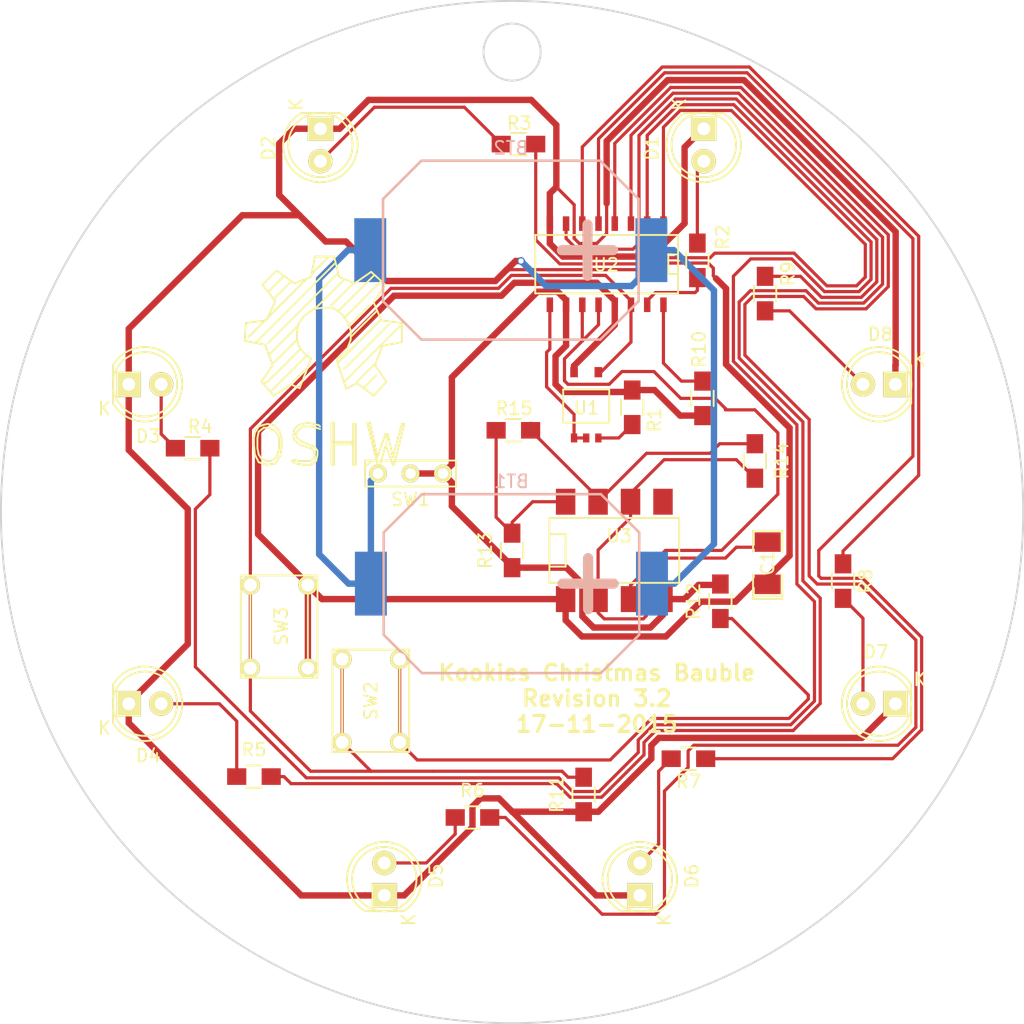
<source format=kicad_pcb>
(kicad_pcb (version 4) (host pcbnew no-vcs-found-product)

  (general
    (links 63)
    (no_connects 1)
    (area 94.924999 54.924999 175.075001 135.075001)
    (thickness 1.6)
    (drawings 3)
    (tracks 411)
    (zones 0)
    (modules 33)
    (nets 29)
  )

  (page A4)
  (layers
    (0 F.Cu signal)
    (31 B.Cu signal)
    (32 B.Adhes user)
    (33 F.Adhes user)
    (34 B.Paste user)
    (35 F.Paste user)
    (36 B.SilkS user)
    (37 F.SilkS user)
    (38 B.Mask user)
    (39 F.Mask user)
    (40 Dwgs.User user)
    (41 Cmts.User user)
    (42 Eco1.User user)
    (43 Eco2.User user)
    (44 Edge.Cuts user)
    (45 Margin user)
    (46 B.CrtYd user)
    (47 F.CrtYd user)
    (48 B.Fab user)
    (49 F.Fab user)
  )

  (setup
    (last_trace_width 0.5)
    (user_trace_width 0.5)
    (trace_clearance 0.2)
    (zone_clearance 0.508)
    (zone_45_only no)
    (trace_min 0.0127)
    (segment_width 0.2)
    (edge_width 0.15)
    (via_size 0.6)
    (via_drill 0.4)
    (via_min_size 0.4)
    (via_min_drill 0.3)
    (uvia_size 0.3)
    (uvia_drill 0.1)
    (uvias_allowed no)
    (uvia_min_size 0.2)
    (uvia_min_drill 0.1)
    (pcb_text_width 0.3)
    (pcb_text_size 1.5 1.5)
    (mod_edge_width 0.15)
    (mod_text_size 1 1)
    (mod_text_width 0.15)
    (pad_size 1.524 1.524)
    (pad_drill 0.762)
    (pad_to_mask_clearance 0.2)
    (aux_axis_origin 0 0)
    (visible_elements FFFEFF7F)
    (pcbplotparams
      (layerselection 0x010f0_80000001)
      (usegerberextensions true)
      (excludeedgelayer true)
      (linewidth 0.100000)
      (plotframeref false)
      (viasonmask false)
      (mode 1)
      (useauxorigin false)
      (hpglpennumber 1)
      (hpglpenspeed 20)
      (hpglpendiameter 15)
      (hpglpenoverlay 2)
      (psnegative false)
      (psa4output false)
      (plotreference true)
      (plotvalue true)
      (plotinvisibletext false)
      (padsonsilk false)
      (subtractmaskfromsilk false)
      (outputformat 1)
      (mirror false)
      (drillshape 0)
      (scaleselection 1)
      (outputdirectory /home/spacekookie/christmasbauble32/))
  )

  (net 0 "")
  (net 1 "Net-(BT1-Pad1)")
  (net 2 GND)
  (net 3 "Net-(C1-Pad2)")
  (net 4 "Net-(D1-Pad2)")
  (net 5 "Net-(D2-Pad2)")
  (net 6 "Net-(D3-Pad2)")
  (net 7 "Net-(D4-Pad2)")
  (net 8 "Net-(D5-Pad2)")
  (net 9 "Net-(D6-Pad2)")
  (net 10 "Net-(D7-Pad2)")
  (net 11 "Net-(D8-Pad2)")
  (net 12 VCC)
  (net 13 "Net-(R1-Pad2)")
  (net 14 /LED_A)
  (net 15 /LED_B)
  (net 16 /LED_C)
  (net 17 /LED_D)
  (net 18 /LED_E)
  (net 19 /LED_F)
  (net 20 /LED_G)
  (net 21 /LED_H)
  (net 22 "Net-(R10-Pad2)")
  (net 23 /PULL_HIGH)
  (net 24 "Net-(R12-Pad1)")
  (net 25 "Net-(R13-Pad2)")
  (net 26 "Net-(R14-Pad1)")
  (net 27 /XOR_IN_A)
  (net 28 /555_OUT)

  (net_class Default "This is the default net class."
    (clearance 0.2)
    (trace_width 0.25)
    (via_dia 0.6)
    (via_drill 0.4)
    (uvia_dia 0.3)
    (uvia_drill 0.1)
  )

  (net_class DirtyPCB ""
    (clearance 0.0127)
    (trace_width 0.0127)
    (via_dia 0.6)
    (via_drill 0.4)
    (uvia_dia 0.3)
    (uvia_drill 0.1)
    (add_net /555_OUT)
    (add_net /LED_A)
    (add_net /LED_B)
    (add_net /LED_C)
    (add_net /LED_D)
    (add_net /LED_E)
    (add_net /LED_F)
    (add_net /LED_G)
    (add_net /LED_H)
    (add_net /PULL_HIGH)
    (add_net /XOR_IN_A)
    (add_net GND)
    (add_net "Net-(BT1-Pad1)")
    (add_net "Net-(C1-Pad2)")
    (add_net "Net-(D1-Pad2)")
    (add_net "Net-(D2-Pad2)")
    (add_net "Net-(D3-Pad2)")
    (add_net "Net-(D4-Pad2)")
    (add_net "Net-(D5-Pad2)")
    (add_net "Net-(D6-Pad2)")
    (add_net "Net-(D7-Pad2)")
    (add_net "Net-(D8-Pad2)")
    (add_net "Net-(R1-Pad2)")
    (add_net "Net-(R10-Pad2)")
    (add_net "Net-(R12-Pad1)")
    (add_net "Net-(R13-Pad2)")
    (add_net "Net-(R14-Pad1)")
    (add_net VCC)
  )

  (module LEDs:LED-5MM (layer F.Cu) (tedit 5570F7EA) (tstamp 55F46A72)
    (at 150 65 270)
    (descr "LED 5mm round vertical")
    (tags "LED 5mm round vertical")
    (path /55F53C47)
    (fp_text reference D1 (at 1.524 4.064 270) (layer F.SilkS)
      (effects (font (size 1 1) (thickness 0.15)))
    )
    (fp_text value LED (at 1.524 -3.937 270) (layer F.Fab)
      (effects (font (size 1 1) (thickness 0.15)))
    )
    (fp_line (start -1.5 -1.55) (end -1.5 1.55) (layer F.CrtYd) (width 0.05))
    (fp_arc (start 1.3 0) (end -1.5 1.55) (angle -302) (layer F.CrtYd) (width 0.05))
    (fp_arc (start 1.27 0) (end -1.23 -1.5) (angle 297.5) (layer F.SilkS) (width 0.15))
    (fp_line (start -1.23 1.5) (end -1.23 -1.5) (layer F.SilkS) (width 0.15))
    (fp_circle (center 1.27 0) (end 0.97 -2.5) (layer F.SilkS) (width 0.15))
    (fp_text user K (at -1.905 1.905 270) (layer F.SilkS)
      (effects (font (size 1 1) (thickness 0.15)))
    )
    (pad 1 thru_hole rect (at 0 0) (size 2 1.9) (drill 1.00076) (layers *.Cu *.Mask F.SilkS)
      (net 2 GND))
    (pad 2 thru_hole circle (at 2.54 0 270) (size 1.9 1.9) (drill 1.00076) (layers *.Cu *.Mask F.SilkS)
      (net 4 "Net-(D1-Pad2)"))
    (model LEDs.3dshapes/LED-5MM.wrl
      (at (xyz 0.05 0 0))
      (scale (xyz 1 1 1))
      (rotate (xyz 0 0 90))
    )
  )

  (module SMD_Packages:DIP-8_SMD (layer F.Cu) (tedit 0) (tstamp 55F46BDD)
    (at 143 98)
    (descr "DIP-8_300 smd shape")
    (tags "smd cms 8dip")
    (path /55F374FD)
    (attr smd)
    (fp_text reference U3 (at 0.381 -1.143) (layer F.SilkS)
      (effects (font (size 1 1) (thickness 0.15)))
    )
    (fp_text value 555 (at 0 0.762) (layer F.Fab)
      (effects (font (size 1 1) (thickness 0.15)))
    )
    (fp_line (start -5.08 -2.54) (end -5.08 2.54) (layer F.SilkS) (width 0.15))
    (fp_line (start -5.08 2.54) (end 5.08 2.54) (layer F.SilkS) (width 0.15))
    (fp_line (start 5.08 2.54) (end 5.08 -2.54) (layer F.SilkS) (width 0.15))
    (fp_line (start 5.08 -2.54) (end -5.08 -2.54) (layer F.SilkS) (width 0.15))
    (fp_line (start -5.08 -1.27) (end -3.81 -1.27) (layer F.SilkS) (width 0.15))
    (fp_line (start -3.81 -1.27) (end -3.81 1.27) (layer F.SilkS) (width 0.15))
    (fp_line (start -3.81 1.27) (end -5.08 1.27) (layer F.SilkS) (width 0.15))
    (pad 1 smd rect (at -3.81 3.81) (size 1.524 2.032) (layers F.Cu F.Paste F.Mask)
      (net 2 GND))
    (pad 2 smd rect (at -1.27 3.81) (size 1.524 2.032) (layers F.Cu F.Paste F.Mask)
      (net 3 "Net-(C1-Pad2)"))
    (pad 3 smd rect (at 1.27 3.81) (size 1.524 2.032) (layers F.Cu F.Paste F.Mask)
      (net 28 /555_OUT))
    (pad 4 smd rect (at 3.81 3.81) (size 1.524 2.032) (layers F.Cu F.Paste F.Mask)
      (net 12 VCC))
    (pad 5 smd rect (at 3.81 -3.81) (size 1.524 2.032) (layers F.Cu F.Paste F.Mask))
    (pad 6 smd rect (at 1.27 -3.81) (size 1.524 2.032) (layers F.Cu F.Paste F.Mask)
      (net 3 "Net-(C1-Pad2)"))
    (pad 7 smd rect (at -1.27 -3.81) (size 1.524 2.032) (layers F.Cu F.Paste F.Mask)
      (net 26 "Net-(R14-Pad1)"))
    (pad 8 smd rect (at -3.81 -3.81) (size 1.524 2.032) (layers F.Cu F.Paste F.Mask)
      (net 25 "Net-(R13-Pad2)"))
    (model SMD_Packages.3dshapes/DIP-8_SMD.wrl
      (at (xyz 0 0 0))
      (scale (xyz 1 0.5 0.8))
      (rotate (xyz 0 0 0))
    )
  )

  (module LEDs:LED-5MM (layer F.Cu) (tedit 5570F7EA) (tstamp 55F46A7E)
    (at 120 65 270)
    (descr "LED 5mm round vertical")
    (tags "LED 5mm round vertical")
    (path /55F54F09)
    (fp_text reference D2 (at 1.524 4.064 270) (layer F.SilkS)
      (effects (font (size 1 1) (thickness 0.15)))
    )
    (fp_text value LED (at 1.524 -3.937 270) (layer F.Fab)
      (effects (font (size 1 1) (thickness 0.15)))
    )
    (fp_line (start -1.5 -1.55) (end -1.5 1.55) (layer F.CrtYd) (width 0.05))
    (fp_arc (start 1.3 0) (end -1.5 1.55) (angle -302) (layer F.CrtYd) (width 0.05))
    (fp_arc (start 1.27 0) (end -1.23 -1.5) (angle 297.5) (layer F.SilkS) (width 0.15))
    (fp_line (start -1.23 1.5) (end -1.23 -1.5) (layer F.SilkS) (width 0.15))
    (fp_circle (center 1.27 0) (end 0.97 -2.5) (layer F.SilkS) (width 0.15))
    (fp_text user K (at -1.905 1.905 270) (layer F.SilkS)
      (effects (font (size 1 1) (thickness 0.15)))
    )
    (pad 1 thru_hole rect (at 0 0) (size 2 1.9) (drill 1.00076) (layers *.Cu *.Mask F.SilkS)
      (net 2 GND))
    (pad 2 thru_hole circle (at 2.54 0 270) (size 1.9 1.9) (drill 1.00076) (layers *.Cu *.Mask F.SilkS)
      (net 5 "Net-(D2-Pad2)"))
    (model LEDs.3dshapes/LED-5MM.wrl
      (at (xyz 0.05 0 0))
      (scale (xyz 1 1 1))
      (rotate (xyz 0 0 90))
    )
  )

  (module LEDs:LED-5MM (layer F.Cu) (tedit 5570F7EA) (tstamp 55F46A8A)
    (at 105 85)
    (descr "LED 5mm round vertical")
    (tags "LED 5mm round vertical")
    (path /55F564A1)
    (fp_text reference D3 (at 1.524 4.064) (layer F.SilkS)
      (effects (font (size 1 1) (thickness 0.15)))
    )
    (fp_text value LED (at 1.524 -3.937) (layer F.Fab)
      (effects (font (size 1 1) (thickness 0.15)))
    )
    (fp_line (start -1.5 -1.55) (end -1.5 1.55) (layer F.CrtYd) (width 0.05))
    (fp_arc (start 1.3 0) (end -1.5 1.55) (angle -302) (layer F.CrtYd) (width 0.05))
    (fp_arc (start 1.27 0) (end -1.23 -1.5) (angle 297.5) (layer F.SilkS) (width 0.15))
    (fp_line (start -1.23 1.5) (end -1.23 -1.5) (layer F.SilkS) (width 0.15))
    (fp_circle (center 1.27 0) (end 0.97 -2.5) (layer F.SilkS) (width 0.15))
    (fp_text user K (at -1.905 1.905) (layer F.SilkS)
      (effects (font (size 1 1) (thickness 0.15)))
    )
    (pad 1 thru_hole rect (at 0 0 90) (size 2 1.9) (drill 1.00076) (layers *.Cu *.Mask F.SilkS)
      (net 2 GND))
    (pad 2 thru_hole circle (at 2.54 0) (size 1.9 1.9) (drill 1.00076) (layers *.Cu *.Mask F.SilkS)
      (net 6 "Net-(D3-Pad2)"))
    (model LEDs.3dshapes/LED-5MM.wrl
      (at (xyz 0.05 0 0))
      (scale (xyz 1 1 1))
      (rotate (xyz 0 0 90))
    )
  )

  (module LEDs:LED-5MM (layer F.Cu) (tedit 5570F7EA) (tstamp 55F46A96)
    (at 105 110)
    (descr "LED 5mm round vertical")
    (tags "LED 5mm round vertical")
    (path /55F56568)
    (fp_text reference D4 (at 1.524 4.064) (layer F.SilkS)
      (effects (font (size 1 1) (thickness 0.15)))
    )
    (fp_text value LED (at 1.524 -3.937) (layer F.Fab)
      (effects (font (size 1 1) (thickness 0.15)))
    )
    (fp_line (start -1.5 -1.55) (end -1.5 1.55) (layer F.CrtYd) (width 0.05))
    (fp_arc (start 1.3 0) (end -1.5 1.55) (angle -302) (layer F.CrtYd) (width 0.05))
    (fp_arc (start 1.27 0) (end -1.23 -1.5) (angle 297.5) (layer F.SilkS) (width 0.15))
    (fp_line (start -1.23 1.5) (end -1.23 -1.5) (layer F.SilkS) (width 0.15))
    (fp_circle (center 1.27 0) (end 0.97 -2.5) (layer F.SilkS) (width 0.15))
    (fp_text user K (at -1.905 1.905) (layer F.SilkS)
      (effects (font (size 1 1) (thickness 0.15)))
    )
    (pad 1 thru_hole rect (at 0 0 90) (size 2 1.9) (drill 1.00076) (layers *.Cu *.Mask F.SilkS)
      (net 2 GND))
    (pad 2 thru_hole circle (at 2.54 0) (size 1.9 1.9) (drill 1.00076) (layers *.Cu *.Mask F.SilkS)
      (net 7 "Net-(D4-Pad2)"))
    (model LEDs.3dshapes/LED-5MM.wrl
      (at (xyz 0.05 0 0))
      (scale (xyz 1 1 1))
      (rotate (xyz 0 0 90))
    )
  )

  (module LEDs:LED-5MM (layer F.Cu) (tedit 5570F7EA) (tstamp 55F46AA2)
    (at 125 125 90)
    (descr "LED 5mm round vertical")
    (tags "LED 5mm round vertical")
    (path /55F597F1)
    (fp_text reference D5 (at 1.524 4.064 90) (layer F.SilkS)
      (effects (font (size 1 1) (thickness 0.15)))
    )
    (fp_text value LED (at 1.524 -3.937 90) (layer F.Fab)
      (effects (font (size 1 1) (thickness 0.15)))
    )
    (fp_line (start -1.5 -1.55) (end -1.5 1.55) (layer F.CrtYd) (width 0.05))
    (fp_arc (start 1.3 0) (end -1.5 1.55) (angle -302) (layer F.CrtYd) (width 0.05))
    (fp_arc (start 1.27 0) (end -1.23 -1.5) (angle 297.5) (layer F.SilkS) (width 0.15))
    (fp_line (start -1.23 1.5) (end -1.23 -1.5) (layer F.SilkS) (width 0.15))
    (fp_circle (center 1.27 0) (end 0.97 -2.5) (layer F.SilkS) (width 0.15))
    (fp_text user K (at -1.905 1.905 90) (layer F.SilkS)
      (effects (font (size 1 1) (thickness 0.15)))
    )
    (pad 1 thru_hole rect (at 0 0 180) (size 2 1.9) (drill 1.00076) (layers *.Cu *.Mask F.SilkS)
      (net 2 GND))
    (pad 2 thru_hole circle (at 2.54 0 90) (size 1.9 1.9) (drill 1.00076) (layers *.Cu *.Mask F.SilkS)
      (net 8 "Net-(D5-Pad2)"))
    (model LEDs.3dshapes/LED-5MM.wrl
      (at (xyz 0.05 0 0))
      (scale (xyz 1 1 1))
      (rotate (xyz 0 0 90))
    )
  )

  (module LEDs:LED-5MM (layer F.Cu) (tedit 5570F7EA) (tstamp 55F46AAE)
    (at 145 125 90)
    (descr "LED 5mm round vertical")
    (tags "LED 5mm round vertical")
    (path /55F59C5B)
    (fp_text reference D6 (at 1.524 4.064 90) (layer F.SilkS)
      (effects (font (size 1 1) (thickness 0.15)))
    )
    (fp_text value LED (at 1.524 -3.937 90) (layer F.Fab)
      (effects (font (size 1 1) (thickness 0.15)))
    )
    (fp_line (start -1.5 -1.55) (end -1.5 1.55) (layer F.CrtYd) (width 0.05))
    (fp_arc (start 1.3 0) (end -1.5 1.55) (angle -302) (layer F.CrtYd) (width 0.05))
    (fp_arc (start 1.27 0) (end -1.23 -1.5) (angle 297.5) (layer F.SilkS) (width 0.15))
    (fp_line (start -1.23 1.5) (end -1.23 -1.5) (layer F.SilkS) (width 0.15))
    (fp_circle (center 1.27 0) (end 0.97 -2.5) (layer F.SilkS) (width 0.15))
    (fp_text user K (at -1.905 1.905 90) (layer F.SilkS)
      (effects (font (size 1 1) (thickness 0.15)))
    )
    (pad 1 thru_hole rect (at 0 0 180) (size 2 1.9) (drill 1.00076) (layers *.Cu *.Mask F.SilkS)
      (net 2 GND))
    (pad 2 thru_hole circle (at 2.54 0 90) (size 1.9 1.9) (drill 1.00076) (layers *.Cu *.Mask F.SilkS)
      (net 9 "Net-(D6-Pad2)"))
    (model LEDs.3dshapes/LED-5MM.wrl
      (at (xyz 0.05 0 0))
      (scale (xyz 1 1 1))
      (rotate (xyz 0 0 90))
    )
  )

  (module LEDs:LED-5MM (layer F.Cu) (tedit 5570F7EA) (tstamp 55F46ABA)
    (at 165 110 180)
    (descr "LED 5mm round vertical")
    (tags "LED 5mm round vertical")
    (path /55F5C210)
    (fp_text reference D7 (at 1.524 4.064 180) (layer F.SilkS)
      (effects (font (size 1 1) (thickness 0.15)))
    )
    (fp_text value LED (at 1.524 -3.937 180) (layer F.Fab)
      (effects (font (size 1 1) (thickness 0.15)))
    )
    (fp_line (start -1.5 -1.55) (end -1.5 1.55) (layer F.CrtYd) (width 0.05))
    (fp_arc (start 1.3 0) (end -1.5 1.55) (angle -302) (layer F.CrtYd) (width 0.05))
    (fp_arc (start 1.27 0) (end -1.23 -1.5) (angle 297.5) (layer F.SilkS) (width 0.15))
    (fp_line (start -1.23 1.5) (end -1.23 -1.5) (layer F.SilkS) (width 0.15))
    (fp_circle (center 1.27 0) (end 0.97 -2.5) (layer F.SilkS) (width 0.15))
    (fp_text user K (at -1.905 1.905 180) (layer F.SilkS)
      (effects (font (size 1 1) (thickness 0.15)))
    )
    (pad 1 thru_hole rect (at 0 0 270) (size 2 1.9) (drill 1.00076) (layers *.Cu *.Mask F.SilkS)
      (net 2 GND))
    (pad 2 thru_hole circle (at 2.54 0 180) (size 1.9 1.9) (drill 1.00076) (layers *.Cu *.Mask F.SilkS)
      (net 10 "Net-(D7-Pad2)"))
    (model LEDs.3dshapes/LED-5MM.wrl
      (at (xyz 0.05 0 0))
      (scale (xyz 1 1 1))
      (rotate (xyz 0 0 90))
    )
  )

  (module LEDs:LED-5MM (layer F.Cu) (tedit 5570F7EA) (tstamp 55F46AC6)
    (at 165 85 180)
    (descr "LED 5mm round vertical")
    (tags "LED 5mm round vertical")
    (path /55F5C6E4)
    (fp_text reference D8 (at 1.18 3.91 180) (layer F.SilkS)
      (effects (font (size 1 1) (thickness 0.15)))
    )
    (fp_text value LED (at 1.524 -3.937 180) (layer F.Fab)
      (effects (font (size 1 1) (thickness 0.15)))
    )
    (fp_line (start -1.5 -1.55) (end -1.5 1.55) (layer F.CrtYd) (width 0.05))
    (fp_arc (start 1.3 0) (end -1.5 1.55) (angle -302) (layer F.CrtYd) (width 0.05))
    (fp_arc (start 1.27 0) (end -1.23 -1.5) (angle 297.5) (layer F.SilkS) (width 0.15))
    (fp_line (start -1.23 1.5) (end -1.23 -1.5) (layer F.SilkS) (width 0.15))
    (fp_circle (center 1.27 0) (end 0.97 -2.5) (layer F.SilkS) (width 0.15))
    (fp_text user K (at -1.905 1.905 180) (layer F.SilkS)
      (effects (font (size 1 1) (thickness 0.15)))
    )
    (pad 1 thru_hole rect (at 0 0 270) (size 2 1.9) (drill 1.00076) (layers *.Cu *.Mask F.SilkS)
      (net 2 GND))
    (pad 2 thru_hole circle (at 2.54 0 180) (size 1.9 1.9) (drill 1.00076) (layers *.Cu *.Mask F.SilkS)
      (net 11 "Net-(D8-Pad2)"))
    (model LEDs.3dshapes/LED-5MM.wrl
      (at (xyz 0.05 0 0))
      (scale (xyz 1 1 1))
      (rotate (xyz 0 0 90))
    )
  )

  (module Resistors_SMD:R_0805_HandSoldering (layer F.Cu) (tedit 54189DEE) (tstamp 55F46AD2)
    (at 144.4 86.8 270)
    (descr "Resistor SMD 0805, hand soldering")
    (tags "resistor 0805")
    (path /55F5095A)
    (attr smd)
    (fp_text reference R1 (at 0.99 -1.74 270) (layer F.SilkS)
      (effects (font (size 1 1) (thickness 0.15)))
    )
    (fp_text value 470 (at 0 2.1 270) (layer F.Fab)
      (effects (font (size 1 1) (thickness 0.15)))
    )
    (fp_line (start -2.4 -1) (end 2.4 -1) (layer F.CrtYd) (width 0.05))
    (fp_line (start -2.4 1) (end 2.4 1) (layer F.CrtYd) (width 0.05))
    (fp_line (start -2.4 -1) (end -2.4 1) (layer F.CrtYd) (width 0.05))
    (fp_line (start 2.4 -1) (end 2.4 1) (layer F.CrtYd) (width 0.05))
    (fp_line (start 0.6 0.875) (end -0.6 0.875) (layer F.SilkS) (width 0.15))
    (fp_line (start -0.6 -0.875) (end 0.6 -0.875) (layer F.SilkS) (width 0.15))
    (pad 1 smd rect (at -1.35 0 270) (size 1.5 1.3) (layers F.Cu F.Paste F.Mask)
      (net 12 VCC))
    (pad 2 smd rect (at 1.35 0 270) (size 1.5 1.3) (layers F.Cu F.Paste F.Mask)
      (net 13 "Net-(R1-Pad2)"))
    (model Resistors_SMD.3dshapes/R_0805_HandSoldering.wrl
      (at (xyz 0 0 0))
      (scale (xyz 1 1 1))
      (rotate (xyz 0 0 0))
    )
  )

  (module Resistors_SMD:R_0805_HandSoldering (layer F.Cu) (tedit 54189DEE) (tstamp 55F46ADE)
    (at 149.5 75.3 270)
    (descr "Resistor SMD 0805, hand soldering")
    (tags "resistor 0805")
    (path /55F53CD0)
    (attr smd)
    (fp_text reference R2 (at -1.81 -1.99 270) (layer F.SilkS)
      (effects (font (size 1 1) (thickness 0.15)))
    )
    (fp_text value 4.7k (at 0 2.1 270) (layer F.Fab)
      (effects (font (size 1 1) (thickness 0.15)))
    )
    (fp_line (start -2.4 -1) (end 2.4 -1) (layer F.CrtYd) (width 0.05))
    (fp_line (start -2.4 1) (end 2.4 1) (layer F.CrtYd) (width 0.05))
    (fp_line (start -2.4 -1) (end -2.4 1) (layer F.CrtYd) (width 0.05))
    (fp_line (start 2.4 -1) (end 2.4 1) (layer F.CrtYd) (width 0.05))
    (fp_line (start 0.6 0.875) (end -0.6 0.875) (layer F.SilkS) (width 0.15))
    (fp_line (start -0.6 -0.875) (end 0.6 -0.875) (layer F.SilkS) (width 0.15))
    (pad 1 smd rect (at -1.35 0 270) (size 1.5 1.3) (layers F.Cu F.Paste F.Mask)
      (net 4 "Net-(D1-Pad2)"))
    (pad 2 smd rect (at 1.35 0 270) (size 1.5 1.3) (layers F.Cu F.Paste F.Mask)
      (net 14 /LED_A))
    (model Resistors_SMD.3dshapes/R_0805_HandSoldering.wrl
      (at (xyz 0 0 0))
      (scale (xyz 1 1 1))
      (rotate (xyz 0 0 0))
    )
  )

  (module Resistors_SMD:R_0805_HandSoldering (layer F.Cu) (tedit 54189DEE) (tstamp 55F46AEA)
    (at 135.5 66.2)
    (descr "Resistor SMD 0805, hand soldering")
    (tags "resistor 0805")
    (path /55F54F0F)
    (attr smd)
    (fp_text reference R3 (at 0.06 -1.63) (layer F.SilkS)
      (effects (font (size 1 1) (thickness 0.15)))
    )
    (fp_text value 4.7k (at 0 2.1) (layer F.Fab)
      (effects (font (size 1 1) (thickness 0.15)))
    )
    (fp_line (start -2.4 -1) (end 2.4 -1) (layer F.CrtYd) (width 0.05))
    (fp_line (start -2.4 1) (end 2.4 1) (layer F.CrtYd) (width 0.05))
    (fp_line (start -2.4 -1) (end -2.4 1) (layer F.CrtYd) (width 0.05))
    (fp_line (start 2.4 -1) (end 2.4 1) (layer F.CrtYd) (width 0.05))
    (fp_line (start 0.6 0.875) (end -0.6 0.875) (layer F.SilkS) (width 0.15))
    (fp_line (start -0.6 -0.875) (end 0.6 -0.875) (layer F.SilkS) (width 0.15))
    (pad 1 smd rect (at -1.35 0) (size 1.5 1.3) (layers F.Cu F.Paste F.Mask)
      (net 5 "Net-(D2-Pad2)"))
    (pad 2 smd rect (at 1.35 0) (size 1.5 1.3) (layers F.Cu F.Paste F.Mask)
      (net 15 /LED_B))
    (model Resistors_SMD.3dshapes/R_0805_HandSoldering.wrl
      (at (xyz 0 0 0))
      (scale (xyz 1 1 1))
      (rotate (xyz 0 0 0))
    )
  )

  (module Resistors_SMD:R_0805_HandSoldering (layer F.Cu) (tedit 54189DEE) (tstamp 55F46AF6)
    (at 110 90)
    (descr "Resistor SMD 0805, hand soldering")
    (tags "resistor 0805")
    (path /55F564A7)
    (attr smd)
    (fp_text reference R4 (at 0.59 -1.69) (layer F.SilkS)
      (effects (font (size 1 1) (thickness 0.15)))
    )
    (fp_text value 4.7k (at 0 2.1) (layer F.Fab)
      (effects (font (size 1 1) (thickness 0.15)))
    )
    (fp_line (start -2.4 -1) (end 2.4 -1) (layer F.CrtYd) (width 0.05))
    (fp_line (start -2.4 1) (end 2.4 1) (layer F.CrtYd) (width 0.05))
    (fp_line (start -2.4 -1) (end -2.4 1) (layer F.CrtYd) (width 0.05))
    (fp_line (start 2.4 -1) (end 2.4 1) (layer F.CrtYd) (width 0.05))
    (fp_line (start 0.6 0.875) (end -0.6 0.875) (layer F.SilkS) (width 0.15))
    (fp_line (start -0.6 -0.875) (end 0.6 -0.875) (layer F.SilkS) (width 0.15))
    (pad 1 smd rect (at -1.35 0) (size 1.5 1.3) (layers F.Cu F.Paste F.Mask)
      (net 6 "Net-(D3-Pad2)"))
    (pad 2 smd rect (at 1.35 0) (size 1.5 1.3) (layers F.Cu F.Paste F.Mask)
      (net 16 /LED_C))
    (model Resistors_SMD.3dshapes/R_0805_HandSoldering.wrl
      (at (xyz 0 0 0))
      (scale (xyz 1 1 1))
      (rotate (xyz 0 0 0))
    )
  )

  (module Resistors_SMD:R_0805_HandSoldering (layer F.Cu) (tedit 54189DEE) (tstamp 55F46B02)
    (at 114.8 115.7)
    (descr "Resistor SMD 0805, hand soldering")
    (tags "resistor 0805")
    (path /55F5656E)
    (attr smd)
    (fp_text reference R5 (at 0 -2.1) (layer F.SilkS)
      (effects (font (size 1 1) (thickness 0.15)))
    )
    (fp_text value 4.7k (at 0 2.1) (layer F.Fab)
      (effects (font (size 1 1) (thickness 0.15)))
    )
    (fp_line (start -2.4 -1) (end 2.4 -1) (layer F.CrtYd) (width 0.05))
    (fp_line (start -2.4 1) (end 2.4 1) (layer F.CrtYd) (width 0.05))
    (fp_line (start -2.4 -1) (end -2.4 1) (layer F.CrtYd) (width 0.05))
    (fp_line (start 2.4 -1) (end 2.4 1) (layer F.CrtYd) (width 0.05))
    (fp_line (start 0.6 0.875) (end -0.6 0.875) (layer F.SilkS) (width 0.15))
    (fp_line (start -0.6 -0.875) (end 0.6 -0.875) (layer F.SilkS) (width 0.15))
    (pad 1 smd rect (at -1.35 0) (size 1.5 1.3) (layers F.Cu F.Paste F.Mask)
      (net 7 "Net-(D4-Pad2)"))
    (pad 2 smd rect (at 1.35 0) (size 1.5 1.3) (layers F.Cu F.Paste F.Mask)
      (net 17 /LED_D))
    (model Resistors_SMD.3dshapes/R_0805_HandSoldering.wrl
      (at (xyz 0 0 0))
      (scale (xyz 1 1 1))
      (rotate (xyz 0 0 0))
    )
  )

  (module Resistors_SMD:R_0805_HandSoldering (layer F.Cu) (tedit 54189DEE) (tstamp 55F46B0E)
    (at 131.9 118.9)
    (descr "Resistor SMD 0805, hand soldering")
    (tags "resistor 0805")
    (path /55F597F7)
    (attr smd)
    (fp_text reference R6 (at 0 -2.1) (layer F.SilkS)
      (effects (font (size 1 1) (thickness 0.15)))
    )
    (fp_text value 4.7k (at 0 2.1) (layer F.Fab)
      (effects (font (size 1 1) (thickness 0.15)))
    )
    (fp_line (start -2.4 -1) (end 2.4 -1) (layer F.CrtYd) (width 0.05))
    (fp_line (start -2.4 1) (end 2.4 1) (layer F.CrtYd) (width 0.05))
    (fp_line (start -2.4 -1) (end -2.4 1) (layer F.CrtYd) (width 0.05))
    (fp_line (start 2.4 -1) (end 2.4 1) (layer F.CrtYd) (width 0.05))
    (fp_line (start 0.6 0.875) (end -0.6 0.875) (layer F.SilkS) (width 0.15))
    (fp_line (start -0.6 -0.875) (end 0.6 -0.875) (layer F.SilkS) (width 0.15))
    (pad 1 smd rect (at -1.35 0) (size 1.5 1.3) (layers F.Cu F.Paste F.Mask)
      (net 8 "Net-(D5-Pad2)"))
    (pad 2 smd rect (at 1.35 0) (size 1.5 1.3) (layers F.Cu F.Paste F.Mask)
      (net 18 /LED_E))
    (model Resistors_SMD.3dshapes/R_0805_HandSoldering.wrl
      (at (xyz 0 0 0))
      (scale (xyz 1 1 1))
      (rotate (xyz 0 0 0))
    )
  )

  (module Resistors_SMD:R_0805_HandSoldering (layer F.Cu) (tedit 54189DEE) (tstamp 55F46B1A)
    (at 148.8 114.3)
    (descr "Resistor SMD 0805, hand soldering")
    (tags "resistor 0805")
    (path /55F59C61)
    (attr smd)
    (fp_text reference R7 (at 0 1.78) (layer F.SilkS)
      (effects (font (size 1 1) (thickness 0.15)))
    )
    (fp_text value 4.7k (at 0 2.1) (layer F.Fab)
      (effects (font (size 1 1) (thickness 0.15)))
    )
    (fp_line (start -2.4 -1) (end 2.4 -1) (layer F.CrtYd) (width 0.05))
    (fp_line (start -2.4 1) (end 2.4 1) (layer F.CrtYd) (width 0.05))
    (fp_line (start -2.4 -1) (end -2.4 1) (layer F.CrtYd) (width 0.05))
    (fp_line (start 2.4 -1) (end 2.4 1) (layer F.CrtYd) (width 0.05))
    (fp_line (start 0.6 0.875) (end -0.6 0.875) (layer F.SilkS) (width 0.15))
    (fp_line (start -0.6 -0.875) (end 0.6 -0.875) (layer F.SilkS) (width 0.15))
    (pad 1 smd rect (at -1.35 0) (size 1.5 1.3) (layers F.Cu F.Paste F.Mask)
      (net 9 "Net-(D6-Pad2)"))
    (pad 2 smd rect (at 1.35 0) (size 1.5 1.3) (layers F.Cu F.Paste F.Mask)
      (net 19 /LED_F))
    (model Resistors_SMD.3dshapes/R_0805_HandSoldering.wrl
      (at (xyz 0 0 0))
      (scale (xyz 1 1 1))
      (rotate (xyz 0 0 0))
    )
  )

  (module Resistors_SMD:R_0805_HandSoldering (layer F.Cu) (tedit 54189DEE) (tstamp 55F46B26)
    (at 160.9 100.4 90)
    (descr "Resistor SMD 0805, hand soldering")
    (tags "resistor 0805")
    (path /55F5C216)
    (attr smd)
    (fp_text reference R8 (at -0.01 1.77 90) (layer F.SilkS)
      (effects (font (size 1 1) (thickness 0.15)))
    )
    (fp_text value 4.7k (at 0 2.1 90) (layer F.Fab)
      (effects (font (size 1 1) (thickness 0.15)))
    )
    (fp_line (start -2.4 -1) (end 2.4 -1) (layer F.CrtYd) (width 0.05))
    (fp_line (start -2.4 1) (end 2.4 1) (layer F.CrtYd) (width 0.05))
    (fp_line (start -2.4 -1) (end -2.4 1) (layer F.CrtYd) (width 0.05))
    (fp_line (start 2.4 -1) (end 2.4 1) (layer F.CrtYd) (width 0.05))
    (fp_line (start 0.6 0.875) (end -0.6 0.875) (layer F.SilkS) (width 0.15))
    (fp_line (start -0.6 -0.875) (end 0.6 -0.875) (layer F.SilkS) (width 0.15))
    (pad 1 smd rect (at -1.35 0 90) (size 1.5 1.3) (layers F.Cu F.Paste F.Mask)
      (net 10 "Net-(D7-Pad2)"))
    (pad 2 smd rect (at 1.35 0 90) (size 1.5 1.3) (layers F.Cu F.Paste F.Mask)
      (net 20 /LED_G))
    (model Resistors_SMD.3dshapes/R_0805_HandSoldering.wrl
      (at (xyz 0 0 0))
      (scale (xyz 1 1 1))
      (rotate (xyz 0 0 0))
    )
  )

  (module Resistors_SMD:R_0805_HandSoldering (layer F.Cu) (tedit 54189DEE) (tstamp 55F46B32)
    (at 154.8 77.9 90)
    (descr "Resistor SMD 0805, hand soldering")
    (tags "resistor 0805")
    (path /55F5C6EA)
    (attr smd)
    (fp_text reference R9 (at 1.54 1.79 90) (layer F.SilkS)
      (effects (font (size 1 1) (thickness 0.15)))
    )
    (fp_text value 4.7k (at 0 2.1 90) (layer F.Fab)
      (effects (font (size 1 1) (thickness 0.15)))
    )
    (fp_line (start -2.4 -1) (end 2.4 -1) (layer F.CrtYd) (width 0.05))
    (fp_line (start -2.4 1) (end 2.4 1) (layer F.CrtYd) (width 0.05))
    (fp_line (start -2.4 -1) (end -2.4 1) (layer F.CrtYd) (width 0.05))
    (fp_line (start 2.4 -1) (end 2.4 1) (layer F.CrtYd) (width 0.05))
    (fp_line (start 0.6 0.875) (end -0.6 0.875) (layer F.SilkS) (width 0.15))
    (fp_line (start -0.6 -0.875) (end 0.6 -0.875) (layer F.SilkS) (width 0.15))
    (pad 1 smd rect (at -1.35 0 90) (size 1.5 1.3) (layers F.Cu F.Paste F.Mask)
      (net 11 "Net-(D8-Pad2)"))
    (pad 2 smd rect (at 1.35 0 90) (size 1.5 1.3) (layers F.Cu F.Paste F.Mask)
      (net 21 /LED_H))
    (model Resistors_SMD.3dshapes/R_0805_HandSoldering.wrl
      (at (xyz 0 0 0))
      (scale (xyz 1 1 1))
      (rotate (xyz 0 0 0))
    )
  )

  (module Resistors_SMD:R_0805_HandSoldering (layer F.Cu) (tedit 54189DEE) (tstamp 55F46B3E)
    (at 149.9 86.1 90)
    (descr "Resistor SMD 0805, hand soldering")
    (tags "resistor 0805")
    (path /55F52DEF)
    (attr smd)
    (fp_text reference R10 (at 3.85 -0.27 90) (layer F.SilkS)
      (effects (font (size 1 1) (thickness 0.15)))
    )
    (fp_text value 470 (at 0 2.1 90) (layer F.Fab)
      (effects (font (size 1 1) (thickness 0.15)))
    )
    (fp_line (start -2.4 -1) (end 2.4 -1) (layer F.CrtYd) (width 0.05))
    (fp_line (start -2.4 1) (end 2.4 1) (layer F.CrtYd) (width 0.05))
    (fp_line (start -2.4 -1) (end -2.4 1) (layer F.CrtYd) (width 0.05))
    (fp_line (start 2.4 -1) (end 2.4 1) (layer F.CrtYd) (width 0.05))
    (fp_line (start 0.6 0.875) (end -0.6 0.875) (layer F.SilkS) (width 0.15))
    (fp_line (start -0.6 -0.875) (end 0.6 -0.875) (layer F.SilkS) (width 0.15))
    (pad 1 smd rect (at -1.35 0 90) (size 1.5 1.3) (layers F.Cu F.Paste F.Mask)
      (net 12 VCC))
    (pad 2 smd rect (at 1.35 0 90) (size 1.5 1.3) (layers F.Cu F.Paste F.Mask)
      (net 22 "Net-(R10-Pad2)"))
    (model Resistors_SMD.3dshapes/R_0805_HandSoldering.wrl
      (at (xyz 0 0 0))
      (scale (xyz 1 1 1))
      (rotate (xyz 0 0 0))
    )
  )

  (module Resistors_SMD:R_0805_HandSoldering (layer F.Cu) (tedit 54189DEE) (tstamp 55F46B4A)
    (at 140.6 117.1 90)
    (descr "Resistor SMD 0805, hand soldering")
    (tags "resistor 0805")
    (path /55F4C658)
    (attr smd)
    (fp_text reference R11 (at 0 -2.1 90) (layer F.SilkS)
      (effects (font (size 1 1) (thickness 0.15)))
    )
    (fp_text value 10k (at 0 2.1 90) (layer F.Fab)
      (effects (font (size 1 1) (thickness 0.15)))
    )
    (fp_line (start -2.4 -1) (end 2.4 -1) (layer F.CrtYd) (width 0.05))
    (fp_line (start -2.4 1) (end 2.4 1) (layer F.CrtYd) (width 0.05))
    (fp_line (start -2.4 -1) (end -2.4 1) (layer F.CrtYd) (width 0.05))
    (fp_line (start 2.4 -1) (end 2.4 1) (layer F.CrtYd) (width 0.05))
    (fp_line (start 0.6 0.875) (end -0.6 0.875) (layer F.SilkS) (width 0.15))
    (fp_line (start -0.6 -0.875) (end 0.6 -0.875) (layer F.SilkS) (width 0.15))
    (pad 1 smd rect (at -1.35 0 90) (size 1.5 1.3) (layers F.Cu F.Paste F.Mask)
      (net 2 GND))
    (pad 2 smd rect (at 1.35 0 90) (size 1.5 1.3) (layers F.Cu F.Paste F.Mask)
      (net 23 /PULL_HIGH))
    (model Resistors_SMD.3dshapes/R_0805_HandSoldering.wrl
      (at (xyz 0 0 0))
      (scale (xyz 1 1 1))
      (rotate (xyz 0 0 0))
    )
  )

  (module Resistors_SMD:R_0805_HandSoldering (layer F.Cu) (tedit 54189DEE) (tstamp 55F46B56)
    (at 151.3 101.98 90)
    (descr "Resistor SMD 0805, hand soldering")
    (tags "resistor 0805")
    (path /55F4ECCB)
    (attr smd)
    (fp_text reference R12 (at 0 -2.1 90) (layer F.SilkS)
      (effects (font (size 1 1) (thickness 0.15)))
    )
    (fp_text value 10k (at 0 2.1 90) (layer F.Fab)
      (effects (font (size 1 1) (thickness 0.15)))
    )
    (fp_line (start -2.4 -1) (end 2.4 -1) (layer F.CrtYd) (width 0.05))
    (fp_line (start -2.4 1) (end 2.4 1) (layer F.CrtYd) (width 0.05))
    (fp_line (start -2.4 -1) (end -2.4 1) (layer F.CrtYd) (width 0.05))
    (fp_line (start 2.4 -1) (end 2.4 1) (layer F.CrtYd) (width 0.05))
    (fp_line (start 0.6 0.875) (end -0.6 0.875) (layer F.SilkS) (width 0.15))
    (fp_line (start -0.6 -0.875) (end 0.6 -0.875) (layer F.SilkS) (width 0.15))
    (pad 1 smd rect (at -1.35 0 90) (size 1.5 1.3) (layers F.Cu F.Paste F.Mask)
      (net 24 "Net-(R12-Pad1)"))
    (pad 2 smd rect (at 1.35 0 90) (size 1.5 1.3) (layers F.Cu F.Paste F.Mask)
      (net 12 VCC))
    (model Resistors_SMD.3dshapes/R_0805_HandSoldering.wrl
      (at (xyz 0 0 0))
      (scale (xyz 1 1 1))
      (rotate (xyz 0 0 0))
    )
  )

  (module Resistors_SMD:R_0805_HandSoldering (layer F.Cu) (tedit 54189DEE) (tstamp 55F46B62)
    (at 135 98 90)
    (descr "Resistor SMD 0805, hand soldering")
    (tags "resistor 0805")
    (path /55F3CC32)
    (attr smd)
    (fp_text reference R13 (at 0 -2.1 90) (layer F.SilkS)
      (effects (font (size 1 1) (thickness 0.15)))
    )
    (fp_text value 470 (at 0 2.1 90) (layer F.Fab)
      (effects (font (size 1 1) (thickness 0.15)))
    )
    (fp_line (start -2.4 -1) (end 2.4 -1) (layer F.CrtYd) (width 0.05))
    (fp_line (start -2.4 1) (end 2.4 1) (layer F.CrtYd) (width 0.05))
    (fp_line (start -2.4 -1) (end -2.4 1) (layer F.CrtYd) (width 0.05))
    (fp_line (start 2.4 -1) (end 2.4 1) (layer F.CrtYd) (width 0.05))
    (fp_line (start 0.6 0.875) (end -0.6 0.875) (layer F.SilkS) (width 0.15))
    (fp_line (start -0.6 -0.875) (end 0.6 -0.875) (layer F.SilkS) (width 0.15))
    (pad 1 smd rect (at -1.35 0 90) (size 1.5 1.3) (layers F.Cu F.Paste F.Mask)
      (net 12 VCC))
    (pad 2 smd rect (at 1.35 0 90) (size 1.5 1.3) (layers F.Cu F.Paste F.Mask)
      (net 25 "Net-(R13-Pad2)"))
    (model Resistors_SMD.3dshapes/R_0805_HandSoldering.wrl
      (at (xyz 0 0 0))
      (scale (xyz 1 1 1))
      (rotate (xyz 0 0 0))
    )
  )

  (module Resistors_SMD:R_0805_HandSoldering (layer F.Cu) (tedit 54189DEE) (tstamp 55F46B6E)
    (at 154 91 270)
    (descr "Resistor SMD 0805, hand soldering")
    (tags "resistor 0805")
    (path /55F3EBAB)
    (attr smd)
    (fp_text reference R14 (at 0 -2.1 270) (layer F.SilkS)
      (effects (font (size 1 1) (thickness 0.15)))
    )
    (fp_text value 10k (at 0 2.1 270) (layer F.Fab)
      (effects (font (size 1 1) (thickness 0.15)))
    )
    (fp_line (start -2.4 -1) (end 2.4 -1) (layer F.CrtYd) (width 0.05))
    (fp_line (start -2.4 1) (end 2.4 1) (layer F.CrtYd) (width 0.05))
    (fp_line (start -2.4 -1) (end -2.4 1) (layer F.CrtYd) (width 0.05))
    (fp_line (start 2.4 -1) (end 2.4 1) (layer F.CrtYd) (width 0.05))
    (fp_line (start 0.6 0.875) (end -0.6 0.875) (layer F.SilkS) (width 0.15))
    (fp_line (start -0.6 -0.875) (end 0.6 -0.875) (layer F.SilkS) (width 0.15))
    (pad 1 smd rect (at -1.35 0 270) (size 1.5 1.3) (layers F.Cu F.Paste F.Mask)
      (net 26 "Net-(R14-Pad1)"))
    (pad 2 smd rect (at 1.35 0 270) (size 1.5 1.3) (layers F.Cu F.Paste F.Mask)
      (net 3 "Net-(C1-Pad2)"))
    (model Resistors_SMD.3dshapes/R_0805_HandSoldering.wrl
      (at (xyz 0 0 0))
      (scale (xyz 1 1 1))
      (rotate (xyz 0 0 0))
    )
  )

  (module Resistors_SMD:R_0805_HandSoldering (layer F.Cu) (tedit 54189DEE) (tstamp 55F46B7A)
    (at 135.1 88.6)
    (descr "Resistor SMD 0805, hand soldering")
    (tags "resistor 0805")
    (path /55F3F2A0)
    (attr smd)
    (fp_text reference R15 (at 0.06 -1.71) (layer F.SilkS)
      (effects (font (size 1 1) (thickness 0.15)))
    )
    (fp_text value 10k (at 0 2.1) (layer F.Fab)
      (effects (font (size 1 1) (thickness 0.15)))
    )
    (fp_line (start -2.4 -1) (end 2.4 -1) (layer F.CrtYd) (width 0.05))
    (fp_line (start -2.4 1) (end 2.4 1) (layer F.CrtYd) (width 0.05))
    (fp_line (start -2.4 -1) (end -2.4 1) (layer F.CrtYd) (width 0.05))
    (fp_line (start 2.4 -1) (end 2.4 1) (layer F.CrtYd) (width 0.05))
    (fp_line (start 0.6 0.875) (end -0.6 0.875) (layer F.SilkS) (width 0.15))
    (fp_line (start -0.6 -0.875) (end 0.6 -0.875) (layer F.SilkS) (width 0.15))
    (pad 1 smd rect (at -1.35 0) (size 1.5 1.3) (layers F.Cu F.Paste F.Mask)
      (net 25 "Net-(R13-Pad2)"))
    (pad 2 smd rect (at 1.35 0) (size 1.5 1.3) (layers F.Cu F.Paste F.Mask)
      (net 26 "Net-(R14-Pad1)"))
    (model Resistors_SMD.3dshapes/R_0805_HandSoldering.wrl
      (at (xyz 0 0 0))
      (scale (xyz 1 1 1))
      (rotate (xyz 0 0 0))
    )
  )

  (module Discret:C1-1 (layer F.Cu) (tedit 0) (tstamp 55F46B86)
    (at 127.05 91.98)
    (descr "Condensateur e = 1 ou 2 pas")
    (tags C)
    (path /55F3EF28)
    (fp_text reference SW1 (at 0 2.032) (layer F.SilkS)
      (effects (font (size 1 1) (thickness 0.15)))
    )
    (fp_text value SWITCH_INV (at 0 2.032) (layer F.Fab)
      (effects (font (size 1 1) (thickness 0.15)))
    )
    (fp_line (start -3.556 -1.016) (end 3.556 -1.016) (layer F.SilkS) (width 0.15))
    (fp_line (start 3.556 -1.016) (end 3.556 1.016) (layer F.SilkS) (width 0.15))
    (fp_line (start 3.556 1.016) (end -3.556 1.016) (layer F.SilkS) (width 0.15))
    (fp_line (start -3.556 1.016) (end -3.556 -1.016) (layer F.SilkS) (width 0.15))
    (fp_line (start -3.556 -0.508) (end -3.048 -1.016) (layer F.SilkS) (width 0.15))
    (pad 1 thru_hole circle (at -2.54 0) (size 1.397 1.397) (drill 0.8128) (layers *.Cu *.Mask F.SilkS)
      (net 1 "Net-(BT1-Pad1)"))
    (pad 2 thru_hole circle (at 2.54 0) (size 1.397 1.397) (drill 0.8128) (layers *.Cu *.Mask F.SilkS)
      (net 12 VCC))
    (pad 2 thru_hole circle (at 0 0) (size 1.397 1.397) (drill 0.8128) (layers *.Cu *.Mask F.SilkS)
      (net 12 VCC))
    (model Discret.3dshapes/C1-1.wrl
      (at (xyz 0 0 0))
      (scale (xyz 1 1 1))
      (rotate (xyz 0 0 0))
    )
  )

  (module kookie_utilities:SW_TACTILE_SHALLOW (layer F.Cu) (tedit 55F3E519) (tstamp 55F46B94)
    (at 123.95 109.77 270)
    (path /55F4D247)
    (fp_text reference SW2 (at 0 0 270) (layer F.SilkS)
      (effects (font (size 1 1) (thickness 0.15)))
    )
    (fp_text value SW_PUSH (at 0 -4 270) (layer F.Fab)
      (effects (font (size 1 1) (thickness 0.15)))
    )
    (fp_line (start -2.5 2.25) (end 2.5 2.25) (layer F.SilkS) (width 0.15))
    (fp_line (start -2.5 -2.25) (end 2.5 -2.25) (layer F.SilkS) (width 0.15))
    (fp_line (start -4 -3) (end 4 -3) (layer F.SilkS) (width 0.15))
    (fp_line (start 4 -3) (end 4 3) (layer F.SilkS) (width 0.15))
    (fp_line (start 4 3) (end -4 3) (layer F.SilkS) (width 0.15))
    (fp_line (start -4 3) (end -4 -3) (layer F.SilkS) (width 0.15))
    (pad 1 thru_hole circle (at -3.25 -2.25 270) (size 1.5 1.5) (drill 1) (layers *.Cu *.Mask F.SilkS)
      (net 24 "Net-(R12-Pad1)"))
    (pad 1 thru_hole circle (at 3.25 -2.25 270) (size 1.5 1.5) (drill 1) (layers *.Cu *.Mask F.SilkS)
      (net 24 "Net-(R12-Pad1)"))
    (pad 2 thru_hole circle (at 3.25 2.25 270) (size 1.5 1.5) (drill 1) (layers *.Cu *.Mask F.SilkS)
      (net 23 /PULL_HIGH))
    (pad 2 thru_hole circle (at -3.25 2.25 270) (size 1.5 1.5) (drill 1) (layers *.Cu *.Mask F.SilkS)
      (net 23 /PULL_HIGH))
  )

  (module kookie_utilities:SW_TACTILE_SHALLOW (layer F.Cu) (tedit 55F3E519) (tstamp 55F46BA2)
    (at 116.77 103.96 270)
    (path /55F4D898)
    (fp_text reference SW3 (at -0.02 -0.16 270) (layer F.SilkS)
      (effects (font (size 1 1) (thickness 0.15)))
    )
    (fp_text value SW_PUSH (at 0 -4 270) (layer F.Fab)
      (effects (font (size 1 1) (thickness 0.15)))
    )
    (fp_line (start -2.5 2.25) (end 2.5 2.25) (layer F.SilkS) (width 0.15))
    (fp_line (start -2.5 -2.25) (end 2.5 -2.25) (layer F.SilkS) (width 0.15))
    (fp_line (start -4 -3) (end 4 -3) (layer F.SilkS) (width 0.15))
    (fp_line (start 4 -3) (end 4 3) (layer F.SilkS) (width 0.15))
    (fp_line (start 4 3) (end -4 3) (layer F.SilkS) (width 0.15))
    (fp_line (start -4 3) (end -4 -3) (layer F.SilkS) (width 0.15))
    (pad 1 thru_hole circle (at -3.25 -2.25 270) (size 1.5 1.5) (drill 1) (layers *.Cu *.Mask F.SilkS)
      (net 2 GND))
    (pad 1 thru_hole circle (at 3.25 -2.25 270) (size 1.5 1.5) (drill 1) (layers *.Cu *.Mask F.SilkS)
      (net 2 GND))
    (pad 2 thru_hole circle (at 3.25 2.25 270) (size 1.5 1.5) (drill 1) (layers *.Cu *.Mask F.SilkS)
      (net 23 /PULL_HIGH))
    (pad 2 thru_hole circle (at -3.25 2.25 270) (size 1.5 1.5) (drill 1) (layers *.Cu *.Mask F.SilkS)
      (net 23 /PULL_HIGH))
  )

  (module kookie_logic:LOGIC_SMD_5PIN_SOT-23-5 (layer F.Cu) (tedit 55F467CF) (tstamp 55F46BAF)
    (at 140.8 86.8)
    (path /55F47BE2)
    (fp_text reference U1 (at 0.02 0.05) (layer F.SilkS)
      (effects (font (size 1 1) (thickness 0.15)))
    )
    (fp_text value LOGIC_SMD_XOR (at 0 -4.4) (layer F.Fab)
      (effects (font (size 1 1) (thickness 0.15)))
    )
    (fp_line (start -1.8 -1.4) (end -1.8 1.2) (layer F.SilkS) (width 0.15))
    (fp_line (start 1.8 -1.4) (end -1.8 -1.4) (layer F.SilkS) (width 0.15))
    (fp_line (start 1.8 1.2) (end 1.8 -1.4) (layer F.SilkS) (width 0.15))
    (fp_line (start 1.8 1.2) (end -1.8 1.2) (layer F.SilkS) (width 0.15))
    (pad 4 smd rect (at 0.95 2.4) (size 0.5 0.7) (layers F.Cu F.Paste F.Mask)
      (net 13 "Net-(R1-Pad2)"))
    (pad 1 smd rect (at 0 2.4) (size 0.5 0.7) (layers F.Cu F.Paste F.Mask)
      (net 27 /XOR_IN_A))
    (pad 1 smd rect (at -0.95 2.4) (size 0.5 0.7) (layers F.Cu F.Paste F.Mask)
      (net 27 /XOR_IN_A))
    (pad 5 smd rect (at -0.95 -2.75) (size 0.6 0.8) (layers F.Cu F.Paste F.Mask)
      (net 2 GND))
    (pad 3 smd rect (at 0.95 -2.75) (size 0.6 0.8) (layers F.Cu F.Paste F.Mask)
      (net 23 /PULL_HIGH))
  )

  (module SMD_Packages:SO-16-N (layer F.Cu) (tedit 0) (tstamp 55F46BCA)
    (at 142.4 75.6 180)
    (descr "Module CMS SOJ 16 pins large")
    (tags "CMS SOJ")
    (path /55F39CFF)
    (attr smd)
    (fp_text reference U2 (at 0.03 -0.05 180) (layer F.SilkS)
      (effects (font (size 1 1) (thickness 0.15)))
    )
    (fp_text value 595_SHIFT (at 0 1.27 180) (layer F.Fab)
      (effects (font (size 1 1) (thickness 0.15)))
    )
    (fp_line (start -5.588 -0.762) (end -4.826 -0.762) (layer F.SilkS) (width 0.15))
    (fp_line (start -4.826 -0.762) (end -4.826 0.762) (layer F.SilkS) (width 0.15))
    (fp_line (start -4.826 0.762) (end -5.588 0.762) (layer F.SilkS) (width 0.15))
    (fp_line (start 5.588 -2.286) (end 5.588 2.286) (layer F.SilkS) (width 0.15))
    (fp_line (start 5.588 2.286) (end -5.588 2.286) (layer F.SilkS) (width 0.15))
    (fp_line (start -5.588 2.286) (end -5.588 -2.286) (layer F.SilkS) (width 0.15))
    (fp_line (start -5.588 -2.286) (end 5.588 -2.286) (layer F.SilkS) (width 0.15))
    (pad 16 smd rect (at -4.445 -3.175 180) (size 0.508 1.143) (layers F.Cu F.Paste F.Mask)
      (net 22 "Net-(R10-Pad2)"))
    (pad 14 smd rect (at -1.905 -3.175 180) (size 0.508 1.143) (layers F.Cu F.Paste F.Mask)
      (net 23 /PULL_HIGH))
    (pad 13 smd rect (at -0.635 -3.175 180) (size 0.508 1.143) (layers F.Cu F.Paste F.Mask)
      (net 2 GND))
    (pad 12 smd rect (at 0.635 -3.175 180) (size 0.508 1.143) (layers F.Cu F.Paste F.Mask)
      (net 28 /555_OUT))
    (pad 11 smd rect (at 1.905 -3.175 180) (size 0.508 1.143) (layers F.Cu F.Paste F.Mask)
      (net 28 /555_OUT))
    (pad 10 smd rect (at 3.175 -3.175 180) (size 0.508 1.143) (layers F.Cu F.Paste F.Mask)
      (net 12 VCC))
    (pad 9 smd rect (at 4.445 -3.175 180) (size 0.508 1.143) (layers F.Cu F.Paste F.Mask)
      (net 27 /XOR_IN_A))
    (pad 8 smd rect (at 4.445 3.175 180) (size 0.508 1.143) (layers F.Cu F.Paste F.Mask)
      (net 2 GND))
    (pad 7 smd rect (at 3.175 3.175 180) (size 0.508 1.143) (layers F.Cu F.Paste F.Mask)
      (net 21 /LED_H))
    (pad 6 smd rect (at 1.905 3.175 180) (size 0.508 1.143) (layers F.Cu F.Paste F.Mask)
      (net 20 /LED_G))
    (pad 5 smd rect (at 0.635 3.175 180) (size 0.508 1.143) (layers F.Cu F.Paste F.Mask)
      (net 19 /LED_F))
    (pad 4 smd rect (at -0.635 3.175 180) (size 0.508 1.143) (layers F.Cu F.Paste F.Mask)
      (net 18 /LED_E))
    (pad 3 smd rect (at -1.905 3.175 180) (size 0.508 1.143) (layers F.Cu F.Paste F.Mask)
      (net 17 /LED_D))
    (pad 2 smd rect (at -3.175 3.175 180) (size 0.508 1.143) (layers F.Cu F.Paste F.Mask)
      (net 16 /LED_C))
    (pad 1 smd rect (at -4.445 3.175 180) (size 0.508 1.143) (layers F.Cu F.Paste F.Mask)
      (net 15 /LED_B))
    (pad 15 smd rect (at -3.175 -3.175 180) (size 0.508 1.143) (layers F.Cu F.Paste F.Mask)
      (net 14 /LED_A))
    (model SMD_Packages.3dshapes/SO-16-N.wrl
      (at (xyz 0 0 0))
      (scale (xyz 0.5 0.4 0.5))
      (rotate (xyz 0 0 0))
    )
  )

  (module Symbols:Symbol_OSHW-Logo_SilkScreen_BIG (layer F.Cu) (tedit 55F58119) (tstamp 55F580F7)
    (at 120.37 61.8)
    (descr "Symbol, OSHW-Logo, Silk Screen, BIG")
    (tags "Symbol, OSHW-Logo, Silk Screen, BIG")
    (fp_text reference SYM (at 2.71 12.27) (layer F.SilkS) hide
      (effects (font (size 1 1) (thickness 0.0625)))
    )
    (fp_text value Symbol_OSHW-Logo_SilkScreen_BIG (at 0.29972 32.10052) (layer F.Fab)
      (effects (font (size 1 1) (thickness 0.15)))
    )
    (fp_line (start 0.50038 14.00048) (end -5.40004 19.9009) (layer F.SilkS) (width 0.15))
    (fp_line (start -5.10032 18.60042) (end -4.59994 18.10004) (layer F.SilkS) (width 0.15))
    (fp_line (start -0.50038 17.00022) (end -0.8001 17.29994) (layer F.SilkS) (width 0.15))
    (fp_line (start -2.49936 19.99996) (end -2.30124 19.7993) (layer F.SilkS) (width 0.15))
    (fp_line (start -3.50012 15.00124) (end -3.29946 14.80058) (layer F.SilkS) (width 0.15))
    (fp_line (start -4.0005 15.49908) (end -4.39928 15.9004) (layer F.SilkS) (width 0.15))
    (fp_line (start -2.99974 15.49908) (end -2.70002 15.19936) (layer F.SilkS) (width 0.15))
    (fp_line (start -1.99898 15.49908) (end -1.50114 15.00124) (layer F.SilkS) (width 0.15))
    (fp_line (start 0 13.5001) (end 0.20066 13.29944) (layer F.SilkS) (width 0.15))
    (fp_line (start 0.50038 14.00048) (end 0.8001 13.70076) (layer F.SilkS) (width 0.15))
    (fp_line (start 0.50038 15.00124) (end 1.00076 14.50086) (layer F.SilkS) (width 0.15))
    (fp_line (start 1.99898 15.49908) (end 2.10058 15.40002) (layer F.SilkS) (width 0.15))
    (fp_line (start 1.00076 15.49908) (end 1.39954 15.1003) (layer F.SilkS) (width 0.15))
    (fp_line (start 3.50012 15.00124) (end 3.79984 14.69898) (layer F.SilkS) (width 0.15))
    (fp_line (start 4.0005 15.49908) (end 4.30022 15.19936) (layer F.SilkS) (width 0.15))
    (fp_line (start -4.0005 20.50034) (end -4.30022 20.80006) (layer F.SilkS) (width 0.15))
    (fp_line (start -2.49936 18.9992) (end -2.19964 18.69948) (layer F.SilkS) (width 0.15))
    (fp_line (start -4.59994 22.9997) (end -4.8006 23.20036) (layer F.SilkS) (width 0.15))
    (fp_line (start -2.49936 21.00072) (end -1.99898 20.50034) (layer F.SilkS) (width 0.15))
    (fp_line (start -4.0005 23.50008) (end -4.20116 23.70074) (layer F.SilkS) (width 0.15))
    (fp_line (start -1.99898 21.5011) (end -1.50114 21.00072) (layer F.SilkS) (width 0.15))
    (fp_line (start -1.99898 22.49932) (end -1.6002 22.10054) (layer F.SilkS) (width 0.15))
    (fp_line (start 3.50012 18.00098) (end 4.0005 17.5006) (layer F.SilkS) (width 0.15))
    (fp_line (start 4.0005 18.49882) (end 4.30022 18.1991) (layer F.SilkS) (width 0.15))
    (fp_line (start 3.50012 21.99894) (end 3.8989 21.60016) (layer F.SilkS) (width 0.15))
    (fp_line (start 5.4991 18.9992) (end 5.90042 18.60042) (layer F.SilkS) (width 0.15))
    (fp_line (start 4.0005 22.49932) (end 2.99974 23.50008) (layer F.SilkS) (width 0.15))
    (fp_line (start 3.50012 21.99894) (end 2.49936 22.9997) (layer F.SilkS) (width 0.15))
    (fp_line (start 5.4991 18.9992) (end 1.50114 22.9997) (layer F.SilkS) (width 0.15))
    (fp_line (start 5.00126 18.49882) (end 1.50114 21.99894) (layer F.SilkS) (width 0.15))
    (fp_line (start 4.0005 18.49882) (end 1.00076 21.5011) (layer F.SilkS) (width 0.15))
    (fp_line (start -1.99898 22.49932) (end -2.49936 22.9997) (layer F.SilkS) (width 0.15))
    (fp_line (start -1.99898 21.5011) (end -4.0005 23.50008) (layer F.SilkS) (width 0.15))
    (fp_line (start -2.49936 21.00072) (end -4.50088 22.9997) (layer F.SilkS) (width 0.15))
    (fp_line (start -2.49936 19.99996) (end -4.0005 21.5011) (layer F.SilkS) (width 0.15))
    (fp_line (start -2.49936 18.9992) (end -4.0005 20.50034) (layer F.SilkS) (width 0.15))
    (fp_line (start 0 13.5001) (end -1.00076 14.50086) (layer F.SilkS) (width 0.15))
    (fp_line (start -3.50012 15.00124) (end -4.0005 15.49908) (layer F.SilkS) (width 0.15))
    (fp_line (start -2.99974 15.49908) (end -4.0005 16.49984) (layer F.SilkS) (width 0.15))
    (fp_line (start -5.00126 18.49882) (end -5.99948 19.49958) (layer F.SilkS) (width 0.15))
    (fp_line (start -1.99898 15.49908) (end -4.50088 18.00098) (layer F.SilkS) (width 0.15))
    (fp_line (start 0.50038 15.00124) (end -4.50088 19.99996) (layer F.SilkS) (width 0.15))
    (fp_line (start 3.50012 18.00098) (end 1.99898 19.49958) (layer F.SilkS) (width 0.15))
    (fp_line (start 3.50012 17.00022) (end 1.99898 18.49882) (layer F.SilkS) (width 0.15))
    (fp_line (start 1.00076 15.49908) (end -0.50038 17.00022) (layer F.SilkS) (width 0.15))
    (fp_line (start 4.0005 15.49908) (end 1.50114 18.00098) (layer F.SilkS) (width 0.15))
    (fp_line (start 3.50012 15.00124) (end 1.00076 17.5006) (layer F.SilkS) (width 0.15))
    (fp_line (start 1.99898 15.49908) (end 0.50038 17.00022) (layer F.SilkS) (width 0.15))
    (fp_line (start 4.8006 27.29992) (end 4.8006 27.89936) (layer F.SilkS) (width 0.15))
    (fp_line (start 3.29946 26.2001) (end 4.09956 29.49956) (layer F.SilkS) (width 0.15))
    (fp_line (start 4.09956 29.49956) (end 4.30022 29.49956) (layer F.SilkS) (width 0.15))
    (fp_line (start 4.30022 29.49956) (end 4.699 28.10002) (layer F.SilkS) (width 0.15))
    (fp_line (start 4.699 28.10002) (end 4.8006 28.10002) (layer F.SilkS) (width 0.15))
    (fp_line (start 4.8006 28.10002) (end 5.30098 29.49956) (layer F.SilkS) (width 0.15))
    (fp_line (start 5.30098 29.49956) (end 5.40004 29.49956) (layer F.SilkS) (width 0.15))
    (fp_line (start 5.40004 29.49956) (end 6.20014 26.29916) (layer F.SilkS) (width 0.15))
    (fp_line (start 6.20014 26.29916) (end 5.99948 26.29916) (layer F.SilkS) (width 0.15))
    (fp_line (start 5.99948 26.29916) (end 5.30098 28.90012) (layer F.SilkS) (width 0.15))
    (fp_line (start 5.30098 28.90012) (end 4.89966 27.09926) (layer F.SilkS) (width 0.15))
    (fp_line (start 4.89966 27.09926) (end 4.699 27.09926) (layer F.SilkS) (width 0.15))
    (fp_line (start 4.699 27.09926) (end 4.09956 28.90012) (layer F.SilkS) (width 0.15))
    (fp_line (start 4.09956 28.90012) (end 3.50012 26.2001) (layer F.SilkS) (width 0.15))
    (fp_line (start 3.50012 26.2001) (end 3.29946 26.2001) (layer F.SilkS) (width 0.15))
    (fp_line (start 0.59944 27.70124) (end 2.10058 27.70124) (layer F.SilkS) (width 0.15))
    (fp_line (start 2.10058 27.70124) (end 2.10058 27.89936) (layer F.SilkS) (width 0.15))
    (fp_line (start 2.10058 27.89936) (end 0.70104 27.89936) (layer F.SilkS) (width 0.15))
    (fp_line (start 2.19964 26.29916) (end 2.19964 29.49956) (layer F.SilkS) (width 0.15))
    (fp_line (start 2.19964 29.49956) (end 2.4003 29.49956) (layer F.SilkS) (width 0.15))
    (fp_line (start 2.4003 29.49956) (end 2.4003 26.29916) (layer F.SilkS) (width 0.15))
    (fp_line (start 2.4003 26.29916) (end 2.19964 26.29916) (layer F.SilkS) (width 0.15))
    (fp_line (start 0.70104 26.2001) (end 0.59944 26.2001) (layer F.SilkS) (width 0.15))
    (fp_line (start 0.50038 26.2001) (end 0.50038 29.49956) (layer F.SilkS) (width 0.15))
    (fp_line (start 0.50038 29.49956) (end 0.70104 29.49956) (layer F.SilkS) (width 0.15))
    (fp_line (start 0.70104 29.49956) (end 0.70104 26.2001) (layer F.SilkS) (width 0.15))
    (fp_line (start -0.39878 26.49982) (end -0.50038 26.40076) (layer F.SilkS) (width 0.15))
    (fp_line (start -0.50038 26.40076) (end -0.89916 26.29916) (layer F.SilkS) (width 0.15))
    (fp_line (start -0.89916 26.29916) (end -1.39954 26.2001) (layer F.SilkS) (width 0.15))
    (fp_line (start -1.39954 26.2001) (end -2.10058 26.40076) (layer F.SilkS) (width 0.15))
    (fp_line (start -2.10058 26.40076) (end -2.4003 26.70048) (layer F.SilkS) (width 0.15))
    (fp_line (start -2.4003 26.70048) (end -2.49936 27.20086) (layer F.SilkS) (width 0.15))
    (fp_line (start -2.49936 27.20086) (end -2.4003 27.59964) (layer F.SilkS) (width 0.15))
    (fp_line (start -2.4003 27.59964) (end -1.99898 27.89936) (layer F.SilkS) (width 0.15))
    (fp_line (start -1.99898 27.89936) (end -1.50114 28.10002) (layer F.SilkS) (width 0.15))
    (fp_line (start -1.50114 28.10002) (end -1.09982 28.19908) (layer F.SilkS) (width 0.15))
    (fp_line (start -1.09982 28.19908) (end -0.89916 28.39974) (layer F.SilkS) (width 0.15))
    (fp_line (start -0.89916 28.39974) (end -0.8001 28.69946) (layer F.SilkS) (width 0.15))
    (fp_line (start -0.8001 28.69946) (end -0.89916 28.99918) (layer F.SilkS) (width 0.15))
    (fp_line (start -0.89916 28.99918) (end -1.19888 29.19984) (layer F.SilkS) (width 0.15))
    (fp_line (start -1.19888 29.19984) (end -1.6002 29.19984) (layer F.SilkS) (width 0.15))
    (fp_line (start -1.6002 29.19984) (end -2.10058 29.19984) (layer F.SilkS) (width 0.15))
    (fp_line (start -2.10058 29.19984) (end -2.4003 29.10078) (layer F.SilkS) (width 0.15))
    (fp_line (start -2.4003 29.10078) (end -2.60096 29.19984) (layer F.SilkS) (width 0.15))
    (fp_line (start -2.60096 29.19984) (end -2.30124 29.4005) (layer F.SilkS) (width 0.15))
    (fp_line (start -2.30124 29.4005) (end -1.69926 29.49956) (layer F.SilkS) (width 0.15))
    (fp_line (start -1.69926 29.49956) (end -1.09982 29.49956) (layer F.SilkS) (width 0.15))
    (fp_line (start -1.09982 29.49956) (end -0.70104 29.19984) (layer F.SilkS) (width 0.15))
    (fp_line (start -0.70104 29.19984) (end -0.59944 28.69946) (layer F.SilkS) (width 0.15))
    (fp_line (start -0.59944 28.69946) (end -0.59944 28.39974) (layer F.SilkS) (width 0.15))
    (fp_line (start -0.59944 28.39974) (end -0.8001 28.10002) (layer F.SilkS) (width 0.15))
    (fp_line (start -0.8001 28.10002) (end -1.30048 27.89936) (layer F.SilkS) (width 0.15))
    (fp_line (start -1.30048 27.89936) (end -1.80086 27.70124) (layer F.SilkS) (width 0.15))
    (fp_line (start -1.80086 27.70124) (end -2.19964 27.39898) (layer F.SilkS) (width 0.15))
    (fp_line (start -2.19964 27.39898) (end -2.30124 27.09926) (layer F.SilkS) (width 0.15))
    (fp_line (start -2.30124 27.09926) (end -2.10058 26.79954) (layer F.SilkS) (width 0.15))
    (fp_line (start -2.10058 26.79954) (end -1.69926 26.49982) (layer F.SilkS) (width 0.15))
    (fp_line (start -1.69926 26.49982) (end -1.09982 26.49982) (layer F.SilkS) (width 0.15))
    (fp_line (start -1.09982 26.49982) (end -0.70104 26.59888) (layer F.SilkS) (width 0.15))
    (fp_line (start -0.70104 26.59888) (end -0.39878 26.70048) (layer F.SilkS) (width 0.15))
    (fp_line (start -4.50088 26.59888) (end -4.8006 26.59888) (layer F.SilkS) (width 0.15))
    (fp_line (start -4.8006 26.59888) (end -5.19938 26.90114) (layer F.SilkS) (width 0.15))
    (fp_line (start -5.19938 26.90114) (end -5.30098 27.39898) (layer F.SilkS) (width 0.15))
    (fp_line (start -5.30098 27.39898) (end -5.30098 28.19908) (layer F.SilkS) (width 0.15))
    (fp_line (start -5.30098 28.19908) (end -5.19938 28.69946) (layer F.SilkS) (width 0.15))
    (fp_line (start -5.19938 28.69946) (end -5.00126 28.99918) (layer F.SilkS) (width 0.15))
    (fp_line (start -5.00126 28.99918) (end -4.59994 29.19984) (layer F.SilkS) (width 0.15))
    (fp_line (start -4.59994 29.19984) (end -4.20116 29.19984) (layer F.SilkS) (width 0.15))
    (fp_line (start -4.20116 29.19984) (end -3.79984 28.90012) (layer F.SilkS) (width 0.15))
    (fp_line (start -3.79984 28.90012) (end -3.59918 28.19908) (layer F.SilkS) (width 0.15))
    (fp_line (start -3.59918 28.19908) (end -3.59918 27.39898) (layer F.SilkS) (width 0.15))
    (fp_line (start -3.59918 27.39898) (end -3.79984 27.0002) (layer F.SilkS) (width 0.15))
    (fp_line (start -3.79984 27.0002) (end -4.0005 26.79954) (layer F.SilkS) (width 0.15))
    (fp_line (start -4.0005 26.79954) (end -4.39928 26.59888) (layer F.SilkS) (width 0.15))
    (fp_line (start -4.50088 26.29916) (end -4.89966 26.40076) (layer F.SilkS) (width 0.15))
    (fp_line (start -4.89966 26.40076) (end -5.19938 26.49982) (layer F.SilkS) (width 0.15))
    (fp_line (start -5.19938 26.49982) (end -5.4991 27.0002) (layer F.SilkS) (width 0.15))
    (fp_line (start -5.4991 27.0002) (end -5.6007 27.59964) (layer F.SilkS) (width 0.15))
    (fp_line (start -5.6007 27.59964) (end -5.4991 28.69946) (layer F.SilkS) (width 0.15))
    (fp_line (start -5.4991 28.69946) (end -5.19938 29.2989) (layer F.SilkS) (width 0.15))
    (fp_line (start -5.19938 29.2989) (end -4.59994 29.49956) (layer F.SilkS) (width 0.15))
    (fp_line (start -4.59994 29.49956) (end -3.8989 29.4005) (layer F.SilkS) (width 0.15))
    (fp_line (start -3.8989 29.4005) (end -3.50012 28.80106) (layer F.SilkS) (width 0.15))
    (fp_line (start -3.50012 28.80106) (end -3.40106 28.10002) (layer F.SilkS) (width 0.15))
    (fp_line (start -3.40106 28.10002) (end -3.40106 27.39898) (layer F.SilkS) (width 0.15))
    (fp_line (start -3.40106 27.39898) (end -3.59918 26.79954) (layer F.SilkS) (width 0.15))
    (fp_line (start -3.59918 26.79954) (end -4.0005 26.40076) (layer F.SilkS) (width 0.15))
    (fp_line (start -4.0005 26.40076) (end -4.50088 26.29916) (layer F.SilkS) (width 0.15))
    (fp_line (start -1.09982 21.20138) (end -1.6002 20.80006) (layer F.SilkS) (width 0.15))
    (fp_line (start -1.6002 20.80006) (end -1.99898 20.29968) (layer F.SilkS) (width 0.15))
    (fp_line (start -1.99898 20.29968) (end -2.19964 19.7993) (layer F.SilkS) (width 0.15))
    (fp_line (start -2.19964 19.7993) (end -2.19964 19.1008) (layer F.SilkS) (width 0.15))
    (fp_line (start -2.19964 19.1008) (end -2.09804 18.50136) (layer F.SilkS) (width 0.15))
    (fp_line (start -2.09804 18.50136) (end -1.69926 17.89938) (layer F.SilkS) (width 0.15))
    (fp_line (start -1.69926 17.89938) (end -0.89916 17.29994) (layer F.SilkS) (width 0.15))
    (fp_line (start -0.89916 17.29994) (end -0.09906 17.20088) (layer F.SilkS) (width 0.15))
    (fp_line (start -0.09906 17.20088) (end 0.60198 17.20088) (layer F.SilkS) (width 0.15))
    (fp_line (start 0.60198 17.20088) (end 1.30048 17.70126) (layer F.SilkS) (width 0.15))
    (fp_line (start 1.30048 17.70126) (end 1.80086 18.39976) (layer F.SilkS) (width 0.15))
    (fp_line (start 1.80086 18.39976) (end 2.00152 18.9992) (layer F.SilkS) (width 0.15))
    (fp_line (start 2.00152 18.9992) (end 2.00152 19.70024) (layer F.SilkS) (width 0.15))
    (fp_line (start 2.00152 19.70024) (end 1.7018 20.50034) (layer F.SilkS) (width 0.15))
    (fp_line (start 1.7018 20.50034) (end 1.20142 21.00072) (layer F.SilkS) (width 0.15))
    (fp_line (start 1.20142 21.00072) (end 0.9017 21.20138) (layer F.SilkS) (width 0.15))
    (fp_line (start 0.9017 21.30044) (end 1.651 23.55088) (layer F.SilkS) (width 0.15))
    (fp_line (start 1.651 23.55088) (end 2.5019 23.1013) (layer F.SilkS) (width 0.15))
    (fp_line (start 2.5019 23.1013) (end 3.79984 24.09952) (layer F.SilkS) (width 0.15))
    (fp_line (start 3.79984 24.09952) (end 4.8006 22.9997) (layer F.SilkS) (width 0.15))
    (fp_line (start 4.8006 22.9997) (end 3.90144 21.69922) (layer F.SilkS) (width 0.15))
    (fp_line (start 3.90144 21.69922) (end 4.40182 20.40128) (layer F.SilkS) (width 0.15))
    (fp_line (start 4.40182 20.40128) (end 4.40182 20.20062) (layer F.SilkS) (width 0.15))
    (fp_line (start 4.40182 20.20062) (end 6.00202 19.9009) (layer F.SilkS) (width 0.15))
    (fp_line (start 6.00202 19.9009) (end 6.00202 18.39976) (layer F.SilkS) (width 0.15))
    (fp_line (start 6.00202 18.39976) (end 4.40182 18.20164) (layer F.SilkS) (width 0.15))
    (fp_line (start 4.40182 18.20164) (end 3.79984 16.79956) (layer F.SilkS) (width 0.15))
    (fp_line (start 3.79984 16.79956) (end 4.70154 15.40002) (layer F.SilkS) (width 0.15))
    (fp_line (start 4.70154 15.40002) (end 3.60172 14.39926) (layer F.SilkS) (width 0.15))
    (fp_line (start 3.60172 14.39926) (end 2.30124 15.30096) (layer F.SilkS) (width 0.15))
    (fp_line (start 2.30124 15.30096) (end 1.09982 14.80058) (layer F.SilkS) (width 0.15))
    (fp_line (start 1.09982 14.80058) (end 0.70104 13.20038) (layer F.SilkS) (width 0.15))
    (fp_line (start 0.70104 13.20038) (end -0.8001 13.20038) (layer F.SilkS) (width 0.15))
    (fp_line (start -0.8001 13.20038) (end -1.09982 14.80058) (layer F.SilkS) (width 0.15))
    (fp_line (start -1.09982 14.80058) (end -2.4003 15.30096) (layer F.SilkS) (width 0.15))
    (fp_line (start -2.4003 15.30096) (end -3.79984 14.3002) (layer F.SilkS) (width 0.15))
    (fp_line (start -3.79984 14.3002) (end -4.89966 15.40002) (layer F.SilkS) (width 0.15))
    (fp_line (start -4.89966 15.40002) (end -3.8989 16.7005) (layer F.SilkS) (width 0.15))
    (fp_line (start -3.8989 16.7005) (end -4.59994 18.20164) (layer F.SilkS) (width 0.15))
    (fp_line (start -4.59994 18.20164) (end -6.20014 18.39976) (layer F.SilkS) (width 0.15))
    (fp_line (start -6.20014 18.39976) (end -6.2992 19.7993) (layer F.SilkS) (width 0.15))
    (fp_line (start -6.2992 19.7993) (end -4.699 20.10156) (layer F.SilkS) (width 0.15))
    (fp_line (start -4.699 20.10156) (end -4.09956 21.69922) (layer F.SilkS) (width 0.15))
    (fp_line (start -4.09956 21.69922) (end -4.99872 22.9997) (layer F.SilkS) (width 0.15))
    (fp_line (start -4.99872 22.9997) (end -3.99796 24.09952) (layer F.SilkS) (width 0.15))
    (fp_line (start -3.99796 24.09952) (end -2.70002 23.20036) (layer F.SilkS) (width 0.15))
    (fp_line (start -2.70002 23.20036) (end -1.99898 23.50008) (layer F.SilkS) (width 0.15))
    (fp_line (start -1.99898 23.50008) (end -1.09982 21.20138) (layer F.SilkS) (width 0.15))
  )

  (module kookie_utilities:20mm_coin_bat_smd (layer B.Cu) (tedit 564B01B0) (tstamp 564B06BD)
    (at 134.9 74.5)
    (path /564B077E)
    (fp_text reference BT2 (at 0 -8) (layer B.SilkS)
      (effects (font (size 1 1) (thickness 0.15)) (justify mirror))
    )
    (fp_text value Battery (at 0 8) (layer B.Fab)
      (effects (font (size 1 1) (thickness 0.15)) (justify mirror))
    )
    (fp_line (start 8 0) (end 4 0) (layer B.SilkS) (width 0.8))
    (fp_line (start 6 2) (end 6 -2) (layer B.SilkS) (width 0.8))
    (fp_line (start 7 -7) (end -7 -7) (layer B.SilkS) (width 0.2))
    (fp_line (start 10 -4) (end 7 -7) (layer B.SilkS) (width 0.2))
    (fp_line (start -10 -4) (end -7 -7) (layer B.SilkS) (width 0.2))
    (fp_line (start 7 7) (end -7 7) (layer B.SilkS) (width 0.2))
    (fp_line (start 10 4) (end 7 7) (layer B.SilkS) (width 0.2))
    (fp_line (start -10 4) (end -7 7) (layer B.SilkS) (width 0.2))
    (fp_line (start 10 4) (end 10 -4) (layer B.SilkS) (width 0.2))
    (fp_line (start -10 4) (end -10 -4) (layer B.SilkS) (width 0.2))
    (pad 1 smd rect (at -11 0) (size 2.5 5) (layers B.Cu B.Paste B.Mask)
      (net 1 "Net-(BT1-Pad1)"))
    (pad 2 smd rect (at 11 0) (size 2.5 5) (layers B.Cu B.Paste B.Mask)
      (net 2 GND))
  )

  (module kookie_utilities:20mm_coin_bat_smd (layer B.Cu) (tedit 564B01B0) (tstamp 564B0882)
    (at 134.95 100.6)
    (path /55F3F116)
    (fp_text reference BT1 (at 0 -8) (layer B.SilkS)
      (effects (font (size 1 1) (thickness 0.15)) (justify mirror))
    )
    (fp_text value Battery (at 0 8) (layer B.Fab)
      (effects (font (size 1 1) (thickness 0.15)) (justify mirror))
    )
    (fp_line (start 8 0) (end 4 0) (layer B.SilkS) (width 0.8))
    (fp_line (start 6 2) (end 6 -2) (layer B.SilkS) (width 0.8))
    (fp_line (start 7 -7) (end -7 -7) (layer B.SilkS) (width 0.2))
    (fp_line (start 10 -4) (end 7 -7) (layer B.SilkS) (width 0.2))
    (fp_line (start -10 -4) (end -7 -7) (layer B.SilkS) (width 0.2))
    (fp_line (start 7 7) (end -7 7) (layer B.SilkS) (width 0.2))
    (fp_line (start 10 4) (end 7 7) (layer B.SilkS) (width 0.2))
    (fp_line (start -10 4) (end -7 7) (layer B.SilkS) (width 0.2))
    (fp_line (start 10 4) (end 10 -4) (layer B.SilkS) (width 0.2))
    (fp_line (start -10 4) (end -10 -4) (layer B.SilkS) (width 0.2))
    (pad 1 smd rect (at -11 0) (size 2.5 5) (layers B.Cu B.Paste B.Mask)
      (net 1 "Net-(BT1-Pad1)"))
    (pad 2 smd rect (at 11 0) (size 2.5 5) (layers B.Cu B.Paste B.Mask)
      (net 2 GND))
  )

  (module SMD_Packages:SMD-1206_Pol (layer F.Cu) (tedit 0) (tstamp 564B0AA0)
    (at 155 99 90)
    (path /55F746FE)
    (attr smd)
    (fp_text reference C1 (at 0 0 90) (layer F.SilkS)
      (effects (font (size 1 1) (thickness 0.15)))
    )
    (fp_text value 22µF (at 0 0 90) (layer F.Fab)
      (effects (font (size 1 1) (thickness 0.15)))
    )
    (fp_line (start -2.54 -1.143) (end -2.794 -1.143) (layer F.SilkS) (width 0.15))
    (fp_line (start -2.794 -1.143) (end -2.794 1.143) (layer F.SilkS) (width 0.15))
    (fp_line (start -2.794 1.143) (end -2.54 1.143) (layer F.SilkS) (width 0.15))
    (fp_line (start -2.54 -1.143) (end -2.54 1.143) (layer F.SilkS) (width 0.15))
    (fp_line (start -2.54 1.143) (end -0.889 1.143) (layer F.SilkS) (width 0.15))
    (fp_line (start 0.889 -1.143) (end 2.54 -1.143) (layer F.SilkS) (width 0.15))
    (fp_line (start 2.54 -1.143) (end 2.54 1.143) (layer F.SilkS) (width 0.15))
    (fp_line (start 2.54 1.143) (end 0.889 1.143) (layer F.SilkS) (width 0.15))
    (fp_line (start -0.889 -1.143) (end -2.54 -1.143) (layer F.SilkS) (width 0.15))
    (pad 1 smd rect (at -1.651 0 90) (size 1.524 2.032) (layers F.Cu F.Paste F.Mask)
      (net 2 GND))
    (pad 2 smd rect (at 1.651 0 90) (size 1.524 2.032) (layers F.Cu F.Paste F.Mask)
      (net 3 "Net-(C1-Pad2)"))
    (model SMD_Packages.3dshapes/SMD-1206_Pol.wrl
      (at (xyz 0 0 0))
      (scale (xyz 0.17 0.16 0.16))
      (rotate (xyz 0 0 0))
    )
  )

  (gr_circle (center 135 59) (end 137 58) (layer Edge.Cuts) (width 0.15))
  (gr_text "Kookies Christmas Bauble\nRevision 3.2\n17-11-2015" (at 141.63 109.59) (layer F.SilkS)
    (effects (font (size 1.25 1.25) (thickness 0.25)))
  )
  (gr_circle (center 135 95) (end 175 95) (layer Edge.Cuts) (width 0.15))

  (segment (start 123.95 100.6) (end 123.95 92.54) (width 0.5) (layer B.Cu) (net 1))
  (segment (start 123.95 92.54) (end 124.51 91.98) (width 0.5) (layer B.Cu) (net 1))
  (segment (start 123.95 100.6) (end 122.2 100.6) (width 0.5) (layer B.Cu) (net 1))
  (segment (start 119.9 98.3) (end 119.9 76.75) (width 0.5) (layer B.Cu) (net 1))
  (segment (start 122.2 100.6) (end 119.9 98.3) (width 0.5) (layer B.Cu) (net 1))
  (segment (start 119.9 76.75) (end 122.15 74.5) (width 0.5) (layer B.Cu) (net 1))
  (segment (start 122.15 74.5) (end 123.9 74.5) (width 0.5) (layer B.Cu) (net 1))
  (segment (start 123.95 100.6) (end 122.6873 100.6) (width 0.0127) (layer B.Cu) (net 1))
  (segment (start 145.9 74.5) (end 145.9 75.75) (width 0.5) (layer B.Cu) (net 2))
  (segment (start 145.9 75.75) (end 144.341922 77.308078) (width 0.5) (layer B.Cu) (net 2))
  (segment (start 144.341922 77.308078) (end 137.658078 77.308078) (width 0.5) (layer B.Cu) (net 2))
  (segment (start 137.658078 77.308078) (end 135.7 75.35) (width 0.5) (layer B.Cu) (net 2))
  (segment (start 135.7 75.35) (end 135.275736 75.35) (width 0.5) (layer F.Cu) (net 2))
  (segment (start 135.275736 75.35) (end 134.597266 76.02847) (width 0.5) (layer F.Cu) (net 2))
  (segment (start 134.597266 76.02847) (end 134.58153 76.02847) (width 0.5) (layer F.Cu) (net 2))
  (via (at 135.7 75.35) (size 0.6) (drill 0.4) (layers F.Cu B.Cu) (net 2))
  (segment (start 145.9 74.5) (end 147.65 74.5) (width 0.5) (layer B.Cu) (net 2))
  (segment (start 147.65 74.5) (end 150.8 77.65) (width 0.5) (layer B.Cu) (net 2))
  (segment (start 150.8 97.5) (end 147.7 100.6) (width 0.5) (layer B.Cu) (net 2))
  (segment (start 150.8 77.65) (end 150.8 97.5) (width 0.5) (layer B.Cu) (net 2))
  (segment (start 147.7 100.6) (end 145.95 100.6) (width 0.5) (layer B.Cu) (net 2))
  (segment (start 165 110.05) (end 162.379242 112.670758) (width 0.5) (layer F.Cu) (net 2))
  (segment (start 146.490969 112.670758) (end 145.899171 113.262556) (width 0.5) (layer F.Cu) (net 2))
  (segment (start 145.899171 114.300829) (end 141.75 118.45) (width 0.5) (layer F.Cu) (net 2))
  (segment (start 162.379242 112.670758) (end 146.490969 112.670758) (width 0.5) (layer F.Cu) (net 2))
  (segment (start 165 110) (end 165 110.05) (width 0.5) (layer F.Cu) (net 2))
  (segment (start 145.899171 113.262556) (end 145.899171 114.300829) (width 0.5) (layer F.Cu) (net 2))
  (segment (start 141.75 118.45) (end 140.6 118.45) (width 0.5) (layer F.Cu) (net 2))
  (segment (start 135.007267 118.447265) (end 135.02929 118.447265) (width 0.5) (layer F.Cu) (net 2))
  (segment (start 135.02929 118.447265) (end 141.582025 125) (width 0.5) (layer F.Cu) (net 2))
  (segment (start 141.582025 125) (end 145 125) (width 0.5) (layer F.Cu) (net 2))
  (segment (start 105 85) (end 105 90.137968) (width 0.5) (layer F.Cu) (net 2))
  (segment (start 105 90.137968) (end 109.62 94.757968) (width 0.5) (layer F.Cu) (net 2))
  (segment (start 109.62 94.757968) (end 109.62 105.33) (width 0.5) (layer F.Cu) (net 2))
  (segment (start 109.62 105.33) (end 105 109.95) (width 0.5) (layer F.Cu) (net 2))
  (segment (start 105 109.95) (end 105 110) (width 0.5) (layer F.Cu) (net 2))
  (segment (start 120 65) (end 117.938071 65) (width 0.5) (layer F.Cu) (net 2))
  (segment (start 117.938071 65) (end 116.770826 66.167245) (width 0.5) (layer F.Cu) (net 2))
  (segment (start 116.770826 66.167245) (end 116.770826 70.186816) (width 0.5) (layer F.Cu) (net 2))
  (segment (start 116.770826 70.186816) (end 118.355251 71.771241) (width 0.5) (layer F.Cu) (net 2))
  (segment (start 138.464301 64.712787) (end 138.464301 69.555699) (width 0.5) (layer F.Cu) (net 2))
  (segment (start 136.493955 62.742441) (end 138.464301 64.712787) (width 0.5) (layer F.Cu) (net 2))
  (segment (start 121.5 65) (end 123.757559 62.742441) (width 0.5) (layer F.Cu) (net 2))
  (segment (start 120 65) (end 121.5 65) (width 0.5) (layer F.Cu) (net 2))
  (segment (start 123.757559 62.742441) (end 136.493955 62.742441) (width 0.5) (layer F.Cu) (net 2))
  (segment (start 165.017639 83.482361) (end 165.017639 73.062643) (width 0.5) (layer F.Cu) (net 2))
  (segment (start 165 83.5) (end 165.017639 83.482361) (width 0.5) (layer F.Cu) (net 2))
  (segment (start 147.17458 61.194231) (end 142.4 65.968811) (width 0.5) (layer F.Cu) (net 2))
  (segment (start 165.017639 73.062643) (end 153.149227 61.194231) (width 0.5) (layer F.Cu) (net 2))
  (segment (start 142.4 65.968811) (end 142.4 70.84) (width 0.5) (layer F.Cu) (net 2))
  (segment (start 165 85) (end 165 83.5) (width 0.5) (layer F.Cu) (net 2))
  (segment (start 153.149227 61.194231) (end 147.17458 61.194231) (width 0.5) (layer F.Cu) (net 2))
  (segment (start 152.47 102.01) (end 149.76 102.01) (width 0.5) (layer F.Cu) (net 2))
  (segment (start 149.76 102.01) (end 147.035427 104.734573) (width 0.5) (layer F.Cu) (net 2))
  (segment (start 155 100.25) (end 154.23 100.25) (width 0.5) (layer F.Cu) (net 2))
  (segment (start 140.464573 104.734573) (end 139.19 103.46) (width 0.5) (layer F.Cu) (net 2))
  (segment (start 147.035427 104.734573) (end 140.464573 104.734573) (width 0.5) (layer F.Cu) (net 2))
  (segment (start 154.23 100.25) (end 152.47 102.01) (width 0.5) (layer F.Cu) (net 2))
  (segment (start 139.19 103.46) (end 139.19 101.81) (width 0.5) (layer F.Cu) (net 2))
  (segment (start 150.95499 76.71501) (end 150.749611 76.509631) (width 0.25) (layer F.Cu) (net 2))
  (segment (start 150.749611 76.509631) (end 150.749611 75.914609) (width 0.25) (layer F.Cu) (net 2))
  (segment (start 150.749611 75.914609) (end 150.347227 75.512225) (width 0.25) (layer F.Cu) (net 2))
  (segment (start 150.347227 75.512225) (end 146.842876 75.512225) (width 0.25) (layer F.Cu) (net 2))
  (segment (start 146.842876 75.512225) (end 146.326631 76.02847) (width 0.25) (layer F.Cu) (net 2))
  (segment (start 146.326631 76.02847) (end 134.58153 76.02847) (width 0.25) (layer F.Cu) (net 2))
  (segment (start 155 100.125) (end 156.71499 98.41001) (width 0.5) (layer F.Cu) (net 2))
  (segment (start 151.745145 77.505165) (end 150.95499 76.71501) (width 0.5) (layer F.Cu) (net 2))
  (segment (start 156.71499 88.408176) (end 151.745145 83.438331) (width 0.5) (layer F.Cu) (net 2))
  (segment (start 151.745145 83.438331) (end 151.745145 77.505165) (width 0.5) (layer F.Cu) (net 2))
  (segment (start 155 100.25) (end 155 100.125) (width 0.5) (layer F.Cu) (net 2))
  (segment (start 156.71499 98.41001) (end 156.71499 88.408176) (width 0.5) (layer F.Cu) (net 2))
  (segment (start 143.035 78.775) (end 143.035 78.4575) (width 0.5) (layer F.Cu) (net 2))
  (segment (start 143.035 78.4575) (end 141.630992 77.053492) (width 0.5) (layer F.Cu) (net 2))
  (segment (start 141.630992 77.053492) (end 135.182884 77.053492) (width 0.5) (layer F.Cu) (net 2))
  (segment (start 115.121463 88.705626) (end 115.121463 96.734523) (width 0.5) (layer F.Cu) (net 2))
  (segment (start 135.182884 77.053492) (end 134.170272 78.066104) (width 0.5) (layer F.Cu) (net 2))
  (segment (start 134.170272 78.066104) (end 125.760985 78.066104) (width 0.5) (layer F.Cu) (net 2))
  (segment (start 125.760985 78.066104) (end 115.121463 88.705626) (width 0.5) (layer F.Cu) (net 2))
  (segment (start 115.121463 96.734523) (end 119.063409 100.676469) (width 0.5) (layer F.Cu) (net 2))
  (segment (start 134.58153 76.02847) (end 133.693918 76.916082) (width 0.5) (layer F.Cu) (net 2))
  (segment (start 133.693918 76.916082) (end 125.091082 76.916082) (width 0.5) (layer F.Cu) (net 2))
  (segment (start 125.091082 76.916082) (end 122 73.825) (width 0.5) (layer F.Cu) (net 2))
  (segment (start 141.62208 73.978422) (end 142.4 73.200502) (width 0.25) (layer F.Cu) (net 2))
  (segment (start 142.4 73.200502) (end 142.4 70.84) (width 0.25) (layer F.Cu) (net 2))
  (segment (start 149.95 65) (end 150 65) (width 0.5) (layer F.Cu) (net 2))
  (segment (start 140.258422 73.978422) (end 141.62208 73.978422) (width 0.25) (layer F.Cu) (net 2))
  (segment (start 139.859019 73.579019) (end 140.258422 73.978422) (width 0.25) (layer F.Cu) (net 2))
  (segment (start 139.859019 70.950417) (end 139.859019 73.579019) (width 0.25) (layer F.Cu) (net 2))
  (segment (start 138.464301 69.555699) (end 139.859019 70.950417) (width 0.25) (layer F.Cu) (net 2))
  (segment (start 137.955 72.425) (end 137.955 73.983425) (width 0.5) (layer F.Cu) (net 2))
  (segment (start 137.955 73.983425) (end 138.975019 75.003444) (width 0.5) (layer F.Cu) (net 2))
  (segment (start 148.5 66.45) (end 149.95 65) (width 0.5) (layer F.Cu) (net 2))
  (segment (start 138.975019 75.003444) (end 145.902058 75.003444) (width 0.5) (layer F.Cu) (net 2))
  (segment (start 145.902058 75.003444) (end 148.5 72.405502) (width 0.5) (layer F.Cu) (net 2))
  (segment (start 148.5 72.405502) (end 148.5 66.45) (width 0.5) (layer F.Cu) (net 2))
  (segment (start 122 73.825) (end 120.40901 73.825) (width 0.5) (layer F.Cu) (net 2))
  (segment (start 120.40901 73.825) (end 118.355251 71.771241) (width 0.5) (layer F.Cu) (net 2))
  (segment (start 113.888759 71.771241) (end 118.355251 71.771241) (width 0.5) (layer F.Cu) (net 2))
  (segment (start 105 80.66) (end 113.888759 71.771241) (width 0.5) (layer F.Cu) (net 2))
  (segment (start 139.19 101.81) (end 120.12 101.81) (width 0.5) (layer F.Cu) (net 2))
  (segment (start 120.12 101.81) (end 119.02 100.71) (width 0.5) (layer F.Cu) (net 2) (tstamp 55F5876D))
  (segment (start 119.02 100.71) (end 119.02 107.21) (width 0.5) (layer F.Cu) (net 2))
  (segment (start 125 125) (end 126.558872 125) (width 0.5) (layer F.Cu) (net 2))
  (segment (start 126.558872 125) (end 131.899104 119.659768) (width 0.5) (layer F.Cu) (net 2))
  (segment (start 131.899104 119.659768) (end 131.899104 118.040894) (width 0.5) (layer F.Cu) (net 2))
  (segment (start 133.971923 117.40462) (end 135.007267 118.439964) (width 0.5) (layer F.Cu) (net 2))
  (segment (start 131.899104 118.040894) (end 132.535378 117.40462) (width 0.5) (layer F.Cu) (net 2))
  (segment (start 132.535378 117.40462) (end 133.971923 117.40462) (width 0.5) (layer F.Cu) (net 2))
  (segment (start 135.007267 118.439964) (end 135.007267 118.447265) (width 0.5) (layer F.Cu) (net 2))
  (segment (start 138.464301 69.555699) (end 137.955 70.065) (width 0.5) (layer F.Cu) (net 2))
  (segment (start 137.955 70.065) (end 137.955 72.425) (width 0.5) (layer F.Cu) (net 2))
  (segment (start 139.45 118.45) (end 139.447265 118.447265) (width 0.5) (layer F.Cu) (net 2))
  (segment (start 140.6 118.45) (end 139.45 118.45) (width 0.5) (layer F.Cu) (net 2))
  (segment (start 139.447265 118.447265) (end 135.007267 118.447265) (width 0.5) (layer F.Cu) (net 2))
  (segment (start 105 110) (end 105 111.5) (width 0.5) (layer F.Cu) (net 2))
  (segment (start 123.5 125) (end 125 125) (width 0.5) (layer F.Cu) (net 2))
  (segment (start 105 111.5) (end 118.5 125) (width 0.5) (layer F.Cu) (net 2))
  (segment (start 118.5 125) (end 123.5 125) (width 0.5) (layer F.Cu) (net 2))
  (segment (start 105 85) (end 105 80.66) (width 0.5) (layer F.Cu) (net 2))
  (segment (start 139.85 84.05) (end 139.85 83.55) (width 0.5) (layer F.Cu) (net 2))
  (segment (start 143.035 80.365) (end 143.035 78.775) (width 0.5) (layer F.Cu) (net 2) (tstamp 55F47CCF))
  (segment (start 139.85 83.55) (end 143.035 80.365) (width 0.5) (layer F.Cu) (net 2) (tstamp 55F47CCE))
  (segment (start 141.73 101.81) (end 141.73 102.877317) (width 0.25) (layer F.Cu) (net 3))
  (segment (start 142.2079 103.355217) (end 145.267324 103.355217) (width 0.25) (layer F.Cu) (net 3))
  (segment (start 141.73 102.877317) (end 142.2079 103.355217) (width 0.25) (layer F.Cu) (net 3))
  (segment (start 145.267324 103.355217) (end 145.5 103.122541) (width 0.25) (layer F.Cu) (net 3))
  (segment (start 145.5 103.122541) (end 145.5 100.2) (width 0.25) (layer F.Cu) (net 3))
  (segment (start 145.5 100.2) (end 147.1 98.6) (width 0.25) (layer F.Cu) (net 3))
  (segment (start 147.1 98.6) (end 151.7 98.6) (width 0.25) (layer F.Cu) (net 3))
  (segment (start 151.7 98.6) (end 152.55 97.75) (width 0.25) (layer F.Cu) (net 3))
  (segment (start 152.55 97.75) (end 154.125 97.75) (width 0.25) (layer F.Cu) (net 3))
  (segment (start 154.125 97.75) (end 155 97.75) (width 0.25) (layer F.Cu) (net 3))
  (segment (start 144.27 94.19) (end 144.27 95.43) (width 0.25) (layer F.Cu) (net 3))
  (segment (start 141.73 97.97) (end 141.73 101.81) (width 0.25) (layer F.Cu) (net 3) (tstamp 55F47DC6))
  (segment (start 144.27 95.43) (end 141.73 97.97) (width 0.25) (layer F.Cu) (net 3) (tstamp 55F47DC4))
  (segment (start 144.27 94.19) (end 144.27 93.53) (width 0.25) (layer F.Cu) (net 3))
  (segment (start 144.27 93.53) (end 146.9 90.9) (width 0.25) (layer F.Cu) (net 3) (tstamp 55F47D45))
  (segment (start 152.55 90.9) (end 154 92.35) (width 0.25) (layer F.Cu) (net 3) (tstamp 55F47D48))
  (segment (start 146.9 90.9) (end 152.55 90.9) (width 0.25) (layer F.Cu) (net 3) (tstamp 55F47D46))
  (segment (start 149.5 73.95) (end 149.5 68.04) (width 0.25) (layer F.Cu) (net 4))
  (segment (start 149.5 68.04) (end 150 67.54) (width 0.25) (layer F.Cu) (net 4) (tstamp 55F5504E))
  (segment (start 131.267451 63.317451) (end 134.15 66.2) (width 0.25) (layer F.Cu) (net 5))
  (segment (start 120 67.54) (end 124.222549 63.317451) (width 0.25) (layer F.Cu) (net 5))
  (segment (start 124.222549 63.317451) (end 131.267451 63.317451) (width 0.25) (layer F.Cu) (net 5))
  (segment (start 107.54 85) (end 107.54 88.89) (width 0.25) (layer F.Cu) (net 6))
  (segment (start 107.54 88.89) (end 108.65 90) (width 0.25) (layer F.Cu) (net 6) (tstamp 55F5542E))
  (segment (start 113.45 115.7) (end 113.45 111.361786) (width 0.25) (layer F.Cu) (net 7))
  (segment (start 113.45 111.361786) (end 112.088214 110) (width 0.25) (layer F.Cu) (net 7))
  (segment (start 112.088214 110) (end 107.54 110) (width 0.25) (layer F.Cu) (net 7))
  (segment (start 125 122.46) (end 128.285684 122.46) (width 0.25) (layer F.Cu) (net 8))
  (segment (start 130.55 120.195684) (end 130.55 118.9) (width 0.25) (layer F.Cu) (net 8))
  (segment (start 128.285684 122.46) (end 130.55 120.195684) (width 0.25) (layer F.Cu) (net 8))
  (segment (start 145 122.46) (end 146.467886 120.992114) (width 0.25) (layer F.Cu) (net 9))
  (segment (start 146.467886 120.992114) (end 146.467886 115.282114) (width 0.25) (layer F.Cu) (net 9))
  (segment (start 146.467886 115.282114) (end 147.45 114.3) (width 0.25) (layer F.Cu) (net 9))
  (segment (start 162.46 110) (end 162.46 103.31) (width 0.25) (layer F.Cu) (net 10))
  (segment (start 162.46 103.31) (end 160.9 101.75) (width 0.25) (layer F.Cu) (net 10) (tstamp 55F55189))
  (segment (start 156.71 79.25) (end 161.510001 84.050001) (width 0.25) (layer F.Cu) (net 11))
  (segment (start 154.8 79.25) (end 156.71 79.25) (width 0.25) (layer F.Cu) (net 11))
  (segment (start 161.510001 84.050001) (end 162.46 85) (width 0.25) (layer F.Cu) (net 11))
  (segment (start 154.8 79.25) (end 154.8 79.74) (width 0.25) (layer F.Cu) (net 11))
  (segment (start 146.81 101.81) (end 146.81 103.048078) (width 0.5) (layer F.Cu) (net 12))
  (segment (start 146.81 103.048078) (end 145.823516 104.034562) (width 0.5) (layer F.Cu) (net 12))
  (segment (start 140.5 103.157417) (end 140.5 100.6) (width 0.5) (layer F.Cu) (net 12))
  (segment (start 140.5 100.6) (end 139.25 99.35) (width 0.5) (layer F.Cu) (net 12))
  (segment (start 145.823516 104.034562) (end 141.377145 104.034562) (width 0.5) (layer F.Cu) (net 12))
  (segment (start 141.377145 104.034562) (end 140.5 103.157417) (width 0.5) (layer F.Cu) (net 12))
  (segment (start 139.25 99.35) (end 136.15 99.35) (width 0.5) (layer F.Cu) (net 12))
  (segment (start 136.15 99.35) (end 135 99.35) (width 0.5) (layer F.Cu) (net 12))
  (segment (start 146.81 101.81) (end 148.48 101.81) (width 0.5) (layer F.Cu) (net 12))
  (segment (start 149.59 100.7) (end 151.23 100.7) (width 0.5) (layer F.Cu) (net 12) (tstamp 55F57BEC))
  (segment (start 148.48 101.81) (end 149.59 100.7) (width 0.5) (layer F.Cu) (net 12) (tstamp 55F57BEB))
  (segment (start 151.23 100.7) (end 151.3 100.63) (width 0.5) (layer F.Cu) (net 12) (tstamp 55F57BED))
  (segment (start 136.986498 77.753502) (end 137.340996 77.753502) (width 0.5) (layer F.Cu) (net 12))
  (segment (start 137.340996 77.753502) (end 137.340999 77.753499) (width 0.5) (layer F.Cu) (net 12))
  (segment (start 137.340999 77.753499) (end 138.569001 77.753499) (width 0.5) (layer F.Cu) (net 12))
  (segment (start 138.569001 77.753499) (end 139.225 78.409498) (width 0.5) (layer F.Cu) (net 12))
  (segment (start 139.225 78.409498) (end 139.225 78.775) (width 0.5) (layer F.Cu) (net 12))
  (segment (start 129.59 91.98) (end 130.288499 91.281501) (width 0.5) (layer F.Cu) (net 12))
  (segment (start 130.288499 91.281501) (end 130.288499 84.451501) (width 0.5) (layer F.Cu) (net 12))
  (segment (start 130.288499 84.451501) (end 136.986498 77.753502) (width 0.5) (layer F.Cu) (net 12))
  (segment (start 129.59 91.98) (end 130.288499 92.678499) (width 0.5) (layer F.Cu) (net 12))
  (segment (start 130.288499 92.678499) (end 130.288499 94.538499) (width 0.5) (layer F.Cu) (net 12))
  (segment (start 130.288499 94.538499) (end 135 99.25) (width 0.5) (layer F.Cu) (net 12))
  (segment (start 135 99.25) (end 135 99.35) (width 0.5) (layer F.Cu) (net 12))
  (segment (start 127.05 91.98) (end 129.59 91.98) (width 0.5) (layer F.Cu) (net 12))
  (segment (start 144.4 85.45) (end 146.15 85.45) (width 0.5) (layer F.Cu) (net 12))
  (segment (start 148.15 87.45) (end 149.9 87.45) (width 0.5) (layer F.Cu) (net 12) (tstamp 55F47CF9))
  (segment (start 146.15 85.45) (end 148.15 87.45) (width 0.5) (layer F.Cu) (net 12) (tstamp 55F47CF8))
  (segment (start 139.225 78.775) (end 139.225 81.975) (width 0.5) (layer F.Cu) (net 12))
  (segment (start 139 85.6) (end 144.25 85.6) (width 0.5) (layer F.Cu) (net 12) (tstamp 55F47CD5))
  (segment (start 138.4 85) (end 139 85.6) (width 0.5) (layer F.Cu) (net 12) (tstamp 55F47CD4))
  (segment (start 138.4 82.8) (end 138.4 85) (width 0.5) (layer F.Cu) (net 12) (tstamp 55F47CD3))
  (segment (start 139.225 81.975) (end 138.4 82.8) (width 0.5) (layer F.Cu) (net 12) (tstamp 55F47CD2))
  (segment (start 144.25 85.6) (end 144.4 85.45) (width 0.5) (layer F.Cu) (net 12) (tstamp 55F47CD6))
  (segment (start 141.75 89.2) (end 143.35 89.2) (width 0.25) (layer F.Cu) (net 13))
  (segment (start 143.35 89.2) (end 144.4 88.15) (width 0.25) (layer F.Cu) (net 13) (tstamp 55F47C98))
  (segment (start 149.5 76.65) (end 149.5 77.65) (width 0.25) (layer F.Cu) (net 14))
  (segment (start 149.5 77.65) (end 149.32977 77.82023) (width 0.25) (layer F.Cu) (net 14))
  (segment (start 149.32977 77.82023) (end 146.21227 77.82023) (width 0.25) (layer F.Cu) (net 14))
  (segment (start 146.21227 77.82023) (end 145.575 78.4575) (width 0.25) (layer F.Cu) (net 14))
  (segment (start 145.575 78.4575) (end 145.575 78.775) (width 0.25) (layer F.Cu) (net 14))
  (segment (start 146.845 72.425) (end 146.845 64.88264) (width 0.25) (layer F.Cu) (net 15))
  (segment (start 136.85 67.1) (end 136.85 66.2) (width 0.25) (layer F.Cu) (net 15))
  (segment (start 146.845 64.88264) (end 148.158354 63.569286) (width 0.25) (layer F.Cu) (net 15))
  (segment (start 148.158354 63.569286) (end 152.16545 63.569286) (width 0.25) (layer F.Cu) (net 15))
  (segment (start 138.736842 75.578455) (end 136.85 73.691613) (width 0.25) (layer F.Cu) (net 15))
  (segment (start 152.16545 63.569286) (end 162.642585 74.046421) (width 0.25) (layer F.Cu) (net 15))
  (segment (start 136.85 73.691613) (end 136.85 67.1) (width 0.25) (layer F.Cu) (net 15))
  (segment (start 162.642585 74.046421) (end 162.642585 76.607049) (width 0.25) (layer F.Cu) (net 15))
  (segment (start 162.642585 76.607049) (end 161.95561 77.294024) (width 0.25) (layer F.Cu) (net 15))
  (segment (start 161.95561 77.294024) (end 159.630435 77.294024) (width 0.25) (layer F.Cu) (net 15))
  (segment (start 159.630435 77.294024) (end 157.073136 74.736725) (width 0.25) (layer F.Cu) (net 15))
  (segment (start 150.859116 74.736725) (end 150.500747 75.095094) (width 0.25) (layer F.Cu) (net 15))
  (segment (start 157.073136 74.736725) (end 150.859116 74.736725) (width 0.25) (layer F.Cu) (net 15))
  (segment (start 146.623596 75.095094) (end 146.140235 75.578455) (width 0.25) (layer F.Cu) (net 15))
  (segment (start 150.500747 75.095094) (end 146.623596 75.095094) (width 0.25) (layer F.Cu) (net 15))
  (segment (start 146.140235 75.578455) (end 138.736842 75.578455) (width 0.25) (layer F.Cu) (net 15))
  (segment (start 159.444035 77.744035) (end 162.14201 77.744035) (width 0.25) (layer F.Cu) (net 16))
  (segment (start 158.664657 109.789506) (end 158.664657 102.004657) (width 0.25) (layer F.Cu) (net 16))
  (segment (start 141.821023 116.865726) (end 144.874149 113.8126) (width 0.25) (layer F.Cu) (net 16))
  (segment (start 145.575 71.6035) (end 145.575 72.425) (width 0.25) (layer F.Cu) (net 16))
  (segment (start 162.14201 77.744035) (end 163.092596 76.793449) (width 0.25) (layer F.Cu) (net 16))
  (segment (start 147.971954 63.119275) (end 145.575 65.516229) (width 0.25) (layer F.Cu) (net 16))
  (segment (start 145.575 65.516229) (end 145.575 71.6035) (width 0.25) (layer F.Cu) (net 16))
  (segment (start 110.215614 107.112623) (end 118.904031 115.80104) (width 0.25) (layer F.Cu) (net 16))
  (segment (start 152.35185 63.119275) (end 147.971954 63.119275) (width 0.25) (layer F.Cu) (net 16))
  (segment (start 163.092596 73.860021) (end 152.35185 63.119275) (width 0.25) (layer F.Cu) (net 16))
  (segment (start 118.904031 115.80104) (end 138.666038 115.80104) (width 0.25) (layer F.Cu) (net 16))
  (segment (start 163.092596 76.793449) (end 163.092596 73.860021) (width 0.25) (layer F.Cu) (net 16))
  (segment (start 152.320156 83.200154) (end 152.320156 76.539844) (width 0.25) (layer F.Cu) (net 16))
  (segment (start 138.666038 115.80104) (end 139.730724 116.865726) (width 0.25) (layer F.Cu) (net 16))
  (segment (start 146.066392 111.645736) (end 156.808427 111.645736) (width 0.25) (layer F.Cu) (net 16))
  (segment (start 152.320156 76.539844) (end 153.673264 75.186736) (width 0.25) (layer F.Cu) (net 16))
  (segment (start 157.29 88.169998) (end 152.320156 83.200154) (width 0.25) (layer F.Cu) (net 16))
  (segment (start 157.29 100.63) (end 157.29 88.169998) (width 0.25) (layer F.Cu) (net 16))
  (segment (start 156.808427 111.645736) (end 158.664657 109.789506) (width 0.25) (layer F.Cu) (net 16))
  (segment (start 144.874149 112.837979) (end 146.066392 111.645736) (width 0.25) (layer F.Cu) (net 16))
  (segment (start 144.874149 113.8126) (end 144.874149 112.837979) (width 0.25) (layer F.Cu) (net 16))
  (segment (start 111.35 90) (end 111.35 93.63) (width 0.25) (layer F.Cu) (net 16))
  (segment (start 139.730724 116.865726) (end 141.821023 116.865726) (width 0.25) (layer F.Cu) (net 16))
  (segment (start 158.664657 102.004657) (end 157.29 100.63) (width 0.25) (layer F.Cu) (net 16))
  (segment (start 110.215614 94.764386) (end 110.215614 107.112623) (width 0.25) (layer F.Cu) (net 16))
  (segment (start 111.35 93.63) (end 110.215614 94.764386) (width 0.25) (layer F.Cu) (net 16))
  (segment (start 153.673264 75.186736) (end 156.886736 75.186736) (width 0.25) (layer F.Cu) (net 16))
  (segment (start 156.886736 75.186736) (end 159.444035 77.744035) (width 0.25) (layer F.Cu) (net 16))
  (segment (start 162.51481 78.644057) (end 158.970467 78.644057) (width 0.25) (layer F.Cu) (net 17))
  (segment (start 139.544324 117.315737) (end 138.479638 116.251051) (width 0.25) (layer F.Cu) (net 17))
  (segment (start 117.701051 116.251051) (end 117.15 115.7) (width 0.25) (layer F.Cu) (net 17))
  (segment (start 153.561702 77.766559) (end 152.770167 78.558077) (width 0.25) (layer F.Cu) (net 17))
  (segment (start 152.770167 82.950167) (end 157.76 87.94) (width 0.25) (layer F.Cu) (net 17))
  (segment (start 144.305 65.513409) (end 147.599154 62.219253) (width 0.25) (layer F.Cu) (net 17))
  (segment (start 117.15 115.7) (end 116.15 115.7) (width 0.25) (layer F.Cu) (net 17))
  (segment (start 145.32416 113.999) (end 142.007423 117.315737) (width 0.25) (layer F.Cu) (net 17))
  (segment (start 146.252791 112.095748) (end 145.32416 113.024379) (width 0.25) (layer F.Cu) (net 17))
  (segment (start 156.994827 112.095747) (end 146.252791 112.095748) (width 0.25) (layer F.Cu) (net 17))
  (segment (start 157.76 100.38) (end 159.114668 101.734668) (width 0.25) (layer F.Cu) (net 17))
  (segment (start 159.114668 109.975906) (end 156.994827 112.095747) (width 0.25) (layer F.Cu) (net 17))
  (segment (start 145.32416 113.024379) (end 145.32416 113.999) (width 0.25) (layer F.Cu) (net 17))
  (segment (start 159.114668 101.734668) (end 159.114668 109.975906) (width 0.25) (layer F.Cu) (net 17))
  (segment (start 152.770167 78.558077) (end 152.770167 82.950167) (width 0.25) (layer F.Cu) (net 17))
  (segment (start 153.651927 77.676334) (end 153.561702 77.766559) (width 0.25) (layer F.Cu) (net 17))
  (segment (start 158.002744 77.676334) (end 153.651927 77.676334) (width 0.25) (layer F.Cu) (net 17))
  (segment (start 158.970467 78.644057) (end 158.002744 77.676334) (width 0.25) (layer F.Cu) (net 17))
  (segment (start 163.992618 77.166249) (end 162.51481 78.644057) (width 0.25) (layer F.Cu) (net 17))
  (segment (start 163.992618 73.487221) (end 163.992618 77.166249) (width 0.25) (layer F.Cu) (net 17))
  (segment (start 152.72465 62.219253) (end 163.992618 73.487221) (width 0.25) (layer F.Cu) (net 17))
  (segment (start 138.479638 116.251051) (end 117.701051 116.251051) (width 0.25) (layer F.Cu) (net 17))
  (segment (start 147.599154 62.219253) (end 152.72465 62.219253) (width 0.25) (layer F.Cu) (net 17))
  (segment (start 144.305 72.425) (end 144.305 65.513409) (width 0.25) (layer F.Cu) (net 17))
  (segment (start 157.76 87.94) (end 157.76 100.38) (width 0.25) (layer F.Cu) (net 17))
  (segment (start 142.007423 117.315737) (end 139.544324 117.315737) (width 0.25) (layer F.Cu) (net 17))
  (segment (start 144.305 72.425) (end 144.305 72.77) (width 0.25) (layer F.Cu) (net 17))
  (segment (start 158.25 100) (end 158.25 87.75) (width 0.25) (layer F.Cu) (net 18))
  (segment (start 149.219229 113.245769) (end 165.19804 113.245769) (width 0.25) (layer F.Cu) (net 18))
  (segment (start 147.412754 61.769242) (end 143.035 66.146996) (width 0.25) (layer F.Cu) (net 18))
  (segment (start 164.442629 73.300821) (end 152.91105 61.769242) (width 0.25) (layer F.Cu) (net 18))
  (segment (start 148.775545 114.984455) (end 148.775545 113.689453) (width 0.25) (layer F.Cu) (net 18))
  (segment (start 166.600944 105.020944) (end 162.21293 100.63293) (width 0.25) (layer F.Cu) (net 18))
  (segment (start 146.925073 116.834927) (end 148.775545 114.984455) (width 0.25) (layer F.Cu) (net 18))
  (segment (start 143.035 71.6035) (end 143.035 72.425) (width 0.25) (layer F.Cu) (net 18))
  (segment (start 164.442629 77.352649) (end 164.442629 73.300821) (width 0.25) (layer F.Cu) (net 18))
  (segment (start 152.91105 61.769242) (end 147.412754 61.769242) (width 0.25) (layer F.Cu) (net 18))
  (segment (start 157.816344 78.126345) (end 158.784067 79.094068) (width 0.25) (layer F.Cu) (net 18))
  (segment (start 153.220178 82.720178) (end 153.220178 78.744494) (width 0.25) (layer F.Cu) (net 18))
  (segment (start 153.838327 78.126345) (end 157.816344 78.126345) (width 0.25) (layer F.Cu) (net 18))
  (segment (start 158.88293 100.63293) (end 158.25 100) (width 0.25) (layer F.Cu) (net 18))
  (segment (start 158.25 87.75) (end 153.220178 82.720178) (width 0.25) (layer F.Cu) (net 18))
  (segment (start 166.600944 111.842865) (end 166.600944 105.020944) (width 0.25) (layer F.Cu) (net 18))
  (segment (start 162.21293 100.63293) (end 158.88293 100.63293) (width 0.25) (layer F.Cu) (net 18))
  (segment (start 148.775545 113.689453) (end 149.219229 113.245769) (width 0.25) (layer F.Cu) (net 18))
  (segment (start 133.25 118.9) (end 134.475954 118.9) (width 0.25) (layer F.Cu) (net 18))
  (segment (start 142.045596 126.469642) (end 146.219547 126.469642) (width 0.25) (layer F.Cu) (net 18))
  (segment (start 153.220178 78.744494) (end 153.838327 78.126345) (width 0.25) (layer F.Cu) (net 18))
  (segment (start 134.475954 118.9) (end 142.045596 126.469642) (width 0.25) (layer F.Cu) (net 18))
  (segment (start 165.19804 113.245769) (end 166.600944 111.842865) (width 0.25) (layer F.Cu) (net 18))
  (segment (start 146.925073 125.764116) (end 146.925073 116.834927) (width 0.25) (layer F.Cu) (net 18))
  (segment (start 158.784067 79.094068) (end 162.70121 79.094068) (width 0.25) (layer F.Cu) (net 18))
  (segment (start 143.035 66.146996) (end 143.035 71.6035) (width 0.25) (layer F.Cu) (net 18))
  (segment (start 162.70121 79.094068) (end 164.442629 77.352649) (width 0.25) (layer F.Cu) (net 18))
  (segment (start 146.219547 126.469642) (end 146.925073 125.764116) (width 0.25) (layer F.Cu) (net 18))
  (segment (start 153.387405 60.619221) (end 166.369902 73.601718) (width 0.25) (layer F.Cu) (net 19))
  (segment (start 151.15 114.3) (end 150.15 114.3) (width 0.25) (layer F.Cu) (net 19))
  (segment (start 141.765 72.425) (end 141.765 65.790623) (width 0.25) (layer F.Cu) (net 19))
  (segment (start 162.432919 100.182919) (end 167.050955 104.800955) (width 0.25) (layer F.Cu) (net 19))
  (segment (start 146.936403 60.61922) (end 153.387405 60.619221) (width 0.25) (layer F.Cu) (net 19))
  (segment (start 159.182919 100.182919) (end 162.432919 100.182919) (width 0.25) (layer F.Cu) (net 19))
  (segment (start 141.765 65.790623) (end 146.936403 60.61922) (width 0.25) (layer F.Cu) (net 19))
  (segment (start 166.369902 73.601718) (end 166.369902 90.630098) (width 0.25) (layer F.Cu) (net 19))
  (segment (start 166.369902 90.630098) (end 159 98) (width 0.25) (layer F.Cu) (net 19))
  (segment (start 159 98) (end 159 100) (width 0.25) (layer F.Cu) (net 19))
  (segment (start 159 100) (end 159.182919 100.182919) (width 0.25) (layer F.Cu) (net 19))
  (segment (start 167.050955 104.800955) (end 167.050955 112.029265) (width 0.25) (layer F.Cu) (net 19))
  (segment (start 167.050955 112.029265) (end 164.78022 114.3) (width 0.25) (layer F.Cu) (net 19))
  (segment (start 164.78022 114.3) (end 151.15 114.3) (width 0.25) (layer F.Cu) (net 19))
  (segment (start 166.819913 73.415319) (end 166.819913 92.130087) (width 0.25) (layer F.Cu) (net 20))
  (segment (start 140.495 72.425) (end 140.495 66.424213) (width 0.25) (layer F.Cu) (net 20))
  (segment (start 146.750004 60.169209) (end 153.573806 60.169212) (width 0.25) (layer F.Cu) (net 20))
  (segment (start 160.9 98.05) (end 160.9 99.05) (width 0.25) (layer F.Cu) (net 20))
  (segment (start 166.819913 92.130087) (end 160.9 98.05) (width 0.25) (layer F.Cu) (net 20))
  (segment (start 153.573806 60.169212) (end 166.819913 73.415319) (width 0.25) (layer F.Cu) (net 20))
  (segment (start 140.495 66.424213) (end 146.750004 60.169209) (width 0.25) (layer F.Cu) (net 20))
  (segment (start 160.9 99.05) (end 160.9 99.025) (width 0.25) (layer F.Cu) (net 20))
  (segment (start 144.93 65.524819) (end 147.785554 62.669264) (width 0.25) (layer F.Cu) (net 21))
  (segment (start 155.7 76.55) (end 154.8 76.55) (width 0.25) (layer F.Cu) (net 21))
  (segment (start 159.214046 78.194046) (end 157.57 76.55) (width 0.25) (layer F.Cu) (net 21))
  (segment (start 157.57 76.55) (end 155.7 76.55) (width 0.25) (layer F.Cu) (net 21))
  (segment (start 163.542607 76.979849) (end 162.32841 78.194046) (width 0.25) (layer F.Cu) (net 21))
  (segment (start 163.542607 73.673621) (end 163.542607 76.979849) (width 0.25) (layer F.Cu) (net 21))
  (segment (start 139.225 72.425) (end 139.225 73.581411) (width 0.25) (layer F.Cu) (net 21))
  (segment (start 152.53825 62.669264) (end 163.542607 73.673621) (width 0.25) (layer F.Cu) (net 21))
  (segment (start 147.785554 62.669264) (end 152.53825 62.669264) (width 0.25) (layer F.Cu) (net 21))
  (segment (start 140.072022 74.428433) (end 144.454756 74.428433) (width 0.25) (layer F.Cu) (net 21))
  (segment (start 144.454756 74.428433) (end 144.93 73.953189) (width 0.25) (layer F.Cu) (net 21))
  (segment (start 139.225 73.581411) (end 140.072022 74.428433) (width 0.25) (layer F.Cu) (net 21))
  (segment (start 162.32841 78.194046) (end 159.214046 78.194046) (width 0.25) (layer F.Cu) (net 21))
  (segment (start 144.93 73.953189) (end 144.93 65.524819) (width 0.25) (layer F.Cu) (net 21))
  (segment (start 146.845 78.775) (end 146.845 83.345) (width 0.25) (layer F.Cu) (net 22))
  (segment (start 148.25 84.75) (end 149.9 84.75) (width 0.25) (layer F.Cu) (net 22) (tstamp 55F47E1F))
  (segment (start 146.845 83.345) (end 148.25 84.75) (width 0.25) (layer F.Cu) (net 22) (tstamp 55F47E1D))
  (segment (start 114.52 107.21) (end 114.52 110.568459) (width 0.25) (layer F.Cu) (net 23))
  (segment (start 114.52 110.568459) (end 119.231541 115.28) (width 0.25) (layer F.Cu) (net 23))
  (segment (start 119.231541 115.28) (end 123.96 115.28) (width 0.25) (layer F.Cu) (net 23))
  (segment (start 144.305 78.4575) (end 144.305 78.775) (width 0.25) (layer F.Cu) (net 23))
  (segment (start 142.325981 76.478481) (end 144.305 78.4575) (width 0.25) (layer F.Cu) (net 23))
  (segment (start 134.944708 76.47848) (end 142.325981 76.478481) (width 0.25) (layer F.Cu) (net 23))
  (segment (start 133.932095 77.491093) (end 134.944708 76.47848) (width 0.25) (layer F.Cu) (net 23))
  (segment (start 125.522808 77.491093) (end 133.932095 77.491093) (width 0.25) (layer F.Cu) (net 23))
  (segment (start 114.52 88.493901) (end 125.522808 77.491093) (width 0.25) (layer F.Cu) (net 23))
  (segment (start 114.52 100.71) (end 114.52 88.493901) (width 0.25) (layer F.Cu) (net 23))
  (segment (start 121.7 113.02) (end 121.7 106.52) (width 0.25) (layer F.Cu) (net 23))
  (segment (start 128.85 115.28) (end 123.96 115.28) (width 0.25) (layer F.Cu) (net 23))
  (segment (start 140.6 115.75) (end 139.38 115.75) (width 0.25) (layer F.Cu) (net 23))
  (segment (start 138.91 115.28) (end 128.85 115.28) (width 0.25) (layer F.Cu) (net 23) (tstamp 55F58771))
  (segment (start 139.38 115.75) (end 138.91 115.28) (width 0.25) (layer F.Cu) (net 23) (tstamp 55F58770))
  (segment (start 123.96 115.28) (end 121.7 113.02) (width 0.25) (layer F.Cu) (net 23) (tstamp 55F58787))
  (segment (start 114.52 100.71) (end 114.52 107.21) (width 0.25) (layer F.Cu) (net 23))
  (segment (start 141.75 84.05) (end 141.95 84.05) (width 0.25) (layer F.Cu) (net 23))
  (segment (start 141.95 84.05) (end 144.2 81.8) (width 0.25) (layer F.Cu) (net 23) (tstamp 55F47C9C))
  (segment (start 144.2 81.8) (end 144.305 81.695) (width 0.25) (layer F.Cu) (net 23) (tstamp 55F47F86))
  (segment (start 144.305 81.695) (end 144.305 78.775) (width 0.25) (layer F.Cu) (net 23) (tstamp 55F47C9D))
  (segment (start 152.2 103.33) (end 158.182525 109.312525) (width 0.25) (layer F.Cu) (net 24))
  (segment (start 126.949999 113.769999) (end 126.2 113.02) (width 0.25) (layer F.Cu) (net 24))
  (segment (start 127.58 114.4) (end 126.949999 113.769999) (width 0.25) (layer F.Cu) (net 24))
  (segment (start 142.675717 114.4) (end 127.58 114.4) (width 0.25) (layer F.Cu) (net 24))
  (segment (start 145.925717 111.15) (end 142.675717 114.4) (width 0.25) (layer F.Cu) (net 24))
  (segment (start 156.667752 111.15) (end 145.925717 111.15) (width 0.25) (layer F.Cu) (net 24))
  (segment (start 158.182525 109.635227) (end 156.667752 111.15) (width 0.25) (layer F.Cu) (net 24))
  (segment (start 158.182525 109.312525) (end 158.182525 109.635227) (width 0.25) (layer F.Cu) (net 24))
  (segment (start 151.3 103.33) (end 152.2 103.33) (width 0.25) (layer F.Cu) (net 24))
  (segment (start 126.2 113.02) (end 126.2 106.52) (width 0.25) (layer F.Cu) (net 24))
  (segment (start 133.75 88.6) (end 133.75 95.4) (width 0.25) (layer F.Cu) (net 25))
  (segment (start 133.75 95.4) (end 135 96.65) (width 0.25) (layer F.Cu) (net 25) (tstamp 55F47D3E))
  (segment (start 139.19 94.19) (end 136.61 94.19) (width 0.25) (layer F.Cu) (net 25))
  (segment (start 135 95.8) (end 135 96.65) (width 0.25) (layer F.Cu) (net 25) (tstamp 55F47D3B))
  (segment (start 136.61 94.19) (end 135 95.8) (width 0.25) (layer F.Cu) (net 25) (tstamp 55F47D3A))
  (segment (start 141.73 94.19) (end 141.73 93.88) (width 0.25) (layer F.Cu) (net 26))
  (segment (start 141.73 93.88) (end 136.45 88.6) (width 0.25) (layer F.Cu) (net 26) (tstamp 55F47DDC))
  (segment (start 154 89.65) (end 151.25 89.65) (width 0.25) (layer F.Cu) (net 26))
  (segment (start 145.52 90.4) (end 141.73 94.19) (width 0.25) (layer F.Cu) (net 26) (tstamp 55F47DBA))
  (segment (start 150.5 90.4) (end 145.52 90.4) (width 0.25) (layer F.Cu) (net 26) (tstamp 55F47DB9))
  (segment (start 151.25 89.65) (end 150.5 90.4) (width 0.25) (layer F.Cu) (net 26) (tstamp 55F47DB8))
  (segment (start 136.45 88.6) (end 136.45 88.05) (width 0.25) (layer F.Cu) (net 26))
  (segment (start 136.45 88.6) (end 136.45 88.91) (width 0.25) (layer F.Cu) (net 26))
  (segment (start 137.955 78.775) (end 137.955 82.245) (width 0.25) (layer F.Cu) (net 27))
  (segment (start 139.85 87.35) (end 139.85 89.2) (width 0.25) (layer F.Cu) (net 27) (tstamp 55F47CDD))
  (segment (start 137.7 85.2) (end 139.85 87.35) (width 0.25) (layer F.Cu) (net 27) (tstamp 55F47CDB))
  (segment (start 137.7 82.5) (end 137.7 85.2) (width 0.25) (layer F.Cu) (net 27) (tstamp 55F47CDA))
  (segment (start 137.955 82.245) (end 137.7 82.5) (width 0.25) (layer F.Cu) (net 27) (tstamp 55F47CD9))
  (segment (start 140.8 89.2) (end 139.85 89.2) (width 0.25) (layer F.Cu) (net 27))
  (segment (start 141.765 78.775) (end 141.765 80.335) (width 0.25) (layer F.Cu) (net 28))
  (segment (start 141.765 80.335) (end 140.495 81.605) (width 0.25) (layer F.Cu) (net 28) (tstamp 55F47F82))
  (segment (start 144.27 101.81) (end 144.27 100.73) (width 0.25) (layer F.Cu) (net 28))
  (segment (start 154 87) (end 151.7 87) (width 0.25) (layer F.Cu) (net 28) (tstamp 55F47DD4))
  (segment (start 155.8 88.8) (end 154 87) (width 0.25) (layer F.Cu) (net 28) (tstamp 55F47DD2))
  (segment (start 155.8 93.6) (end 155.8 88.8) (width 0.25) (layer F.Cu) (net 28) (tstamp 55F47DD0))
  (segment (start 151.4 98) (end 155.8 93.6) (width 0.25) (layer F.Cu) (net 28) (tstamp 55F47DCE))
  (segment (start 147 98) (end 151.4 98) (width 0.25) (layer F.Cu) (net 28) (tstamp 55F47DCC))
  (segment (start 144.27 100.73) (end 147 98) (width 0.25) (layer F.Cu) (net 28) (tstamp 55F47DCA))
  (segment (start 140.495 78.775) (end 140.495 81.605) (width 0.25) (layer F.Cu) (net 28))
  (segment (start 140.495 81.605) (end 139.1 83) (width 0.25) (layer F.Cu) (net 28) (tstamp 55F47D0E))
  (segment (start 139.1 83) (end 139.1 84.724998) (width 0.25) (layer F.Cu) (net 28) (tstamp 55F47D10))
  (segment (start 139.1 84.724998) (end 139.375002 85) (width 0.25) (layer F.Cu) (net 28) (tstamp 55F47D12))
  (segment (start 139.375002 85) (end 142.6 85) (width 0.25) (layer F.Cu) (net 28) (tstamp 55F47D13))
  (segment (start 142.6 85) (end 143.6 84) (width 0.25) (layer F.Cu) (net 28) (tstamp 55F47D14))
  (segment (start 143.6 84) (end 146.1 84) (width 0.25) (layer F.Cu) (net 28) (tstamp 55F47D16))
  (segment (start 146.1 84) (end 148.2 86.1) (width 0.25) (layer F.Cu) (net 28) (tstamp 55F47D18))
  (segment (start 148.2 86.1) (end 150.9 86.1) (width 0.25) (layer F.Cu) (net 28) (tstamp 55F47D1A))
  (segment (start 150.9 86.1) (end 151.7 86.9) (width 0.25) (layer F.Cu) (net 28) (tstamp 55F47D1C))
  (segment (start 151.7 86.9) (end 151.7 87) (width 0.25) (layer F.Cu) (net 28) (tstamp 55F47D1D))
  (segment (start 144.29 101.81) (end 144.27 101.81) (width 0.25) (layer F.Cu) (net 28) (tstamp 55F47CF2))

)

</source>
